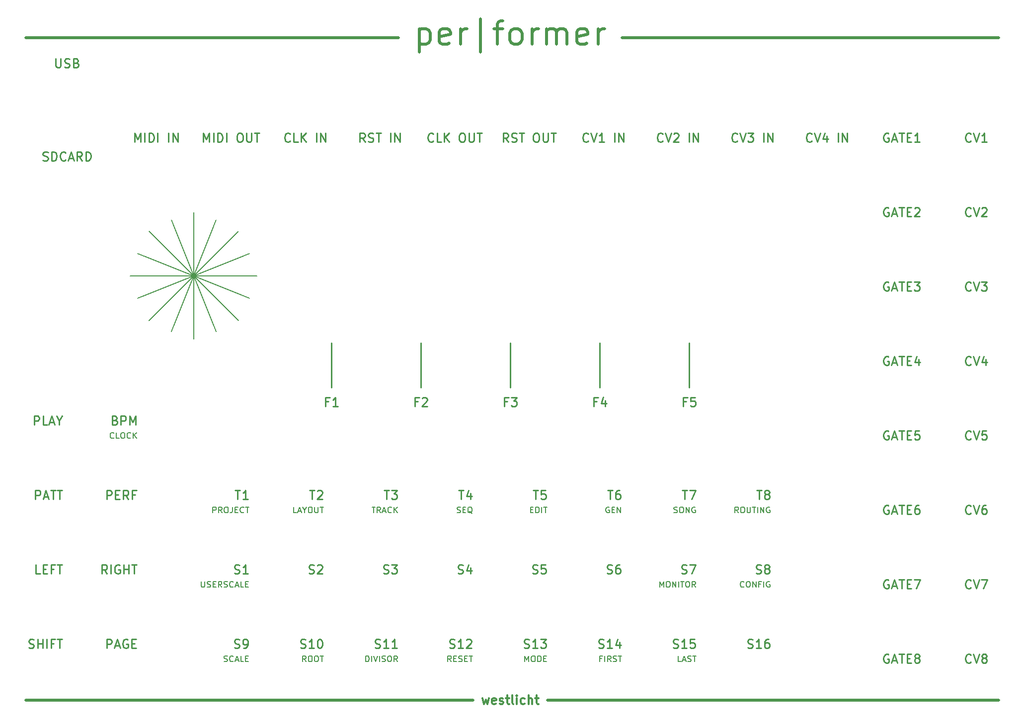
<source format=gto>
G04 #@! TF.FileFunction,Legend,Top*
%FSLAX46Y46*%
G04 Gerber Fmt 4.6, Leading zero omitted, Abs format (unit mm)*
G04 Created by KiCad (PCBNEW 4.0.7) date 2018 May 15, Tuesday 21:06:43*
%MOMM*%
%LPD*%
G01*
G04 APERTURE LIST*
%ADD10C,0.100000*%
%ADD11C,0.150000*%
%ADD12C,0.250000*%
%ADD13C,0.300000*%
%ADD14C,0.500000*%
%ADD15C,0.200000*%
G04 APERTURE END LIST*
D10*
D11*
X189817857Y-115974762D02*
X189960714Y-116022381D01*
X190198810Y-116022381D01*
X190294048Y-115974762D01*
X190341667Y-115927143D01*
X190389286Y-115831905D01*
X190389286Y-115736667D01*
X190341667Y-115641429D01*
X190294048Y-115593810D01*
X190198810Y-115546190D01*
X190008333Y-115498571D01*
X189913095Y-115450952D01*
X189865476Y-115403333D01*
X189817857Y-115308095D01*
X189817857Y-115212857D01*
X189865476Y-115117619D01*
X189913095Y-115070000D01*
X190008333Y-115022381D01*
X190246429Y-115022381D01*
X190389286Y-115070000D01*
X191008333Y-115022381D02*
X191198810Y-115022381D01*
X191294048Y-115070000D01*
X191389286Y-115165238D01*
X191436905Y-115355714D01*
X191436905Y-115689048D01*
X191389286Y-115879524D01*
X191294048Y-115974762D01*
X191198810Y-116022381D01*
X191008333Y-116022381D01*
X190913095Y-115974762D01*
X190817857Y-115879524D01*
X190770238Y-115689048D01*
X190770238Y-115355714D01*
X190817857Y-115165238D01*
X190913095Y-115070000D01*
X191008333Y-115022381D01*
X191865476Y-116022381D02*
X191865476Y-115022381D01*
X192436905Y-116022381D01*
X192436905Y-115022381D01*
X193436905Y-115070000D02*
X193341667Y-115022381D01*
X193198810Y-115022381D01*
X193055952Y-115070000D01*
X192960714Y-115165238D01*
X192913095Y-115260476D01*
X192865476Y-115450952D01*
X192865476Y-115593810D01*
X192913095Y-115784286D01*
X192960714Y-115879524D01*
X193055952Y-115974762D01*
X193198810Y-116022381D01*
X193294048Y-116022381D01*
X193436905Y-115974762D01*
X193484524Y-115927143D01*
X193484524Y-115593810D01*
X193294048Y-115593810D01*
X178784524Y-115070000D02*
X178689286Y-115022381D01*
X178546429Y-115022381D01*
X178403571Y-115070000D01*
X178308333Y-115165238D01*
X178260714Y-115260476D01*
X178213095Y-115450952D01*
X178213095Y-115593810D01*
X178260714Y-115784286D01*
X178308333Y-115879524D01*
X178403571Y-115974762D01*
X178546429Y-116022381D01*
X178641667Y-116022381D01*
X178784524Y-115974762D01*
X178832143Y-115927143D01*
X178832143Y-115593810D01*
X178641667Y-115593810D01*
X179260714Y-115498571D02*
X179594048Y-115498571D01*
X179736905Y-116022381D02*
X179260714Y-116022381D01*
X179260714Y-115022381D01*
X179736905Y-115022381D01*
X180165476Y-116022381D02*
X180165476Y-115022381D01*
X180736905Y-116022381D01*
X180736905Y-115022381D01*
D12*
X84467143Y-38548571D02*
X84467143Y-39762857D01*
X84538571Y-39905714D01*
X84610000Y-39977143D01*
X84752857Y-40048571D01*
X85038571Y-40048571D01*
X85181429Y-39977143D01*
X85252857Y-39905714D01*
X85324286Y-39762857D01*
X85324286Y-38548571D01*
X85967143Y-39977143D02*
X86181429Y-40048571D01*
X86538572Y-40048571D01*
X86681429Y-39977143D01*
X86752858Y-39905714D01*
X86824286Y-39762857D01*
X86824286Y-39620000D01*
X86752858Y-39477143D01*
X86681429Y-39405714D01*
X86538572Y-39334286D01*
X86252858Y-39262857D01*
X86110000Y-39191429D01*
X86038572Y-39120000D01*
X85967143Y-38977143D01*
X85967143Y-38834286D01*
X86038572Y-38691429D01*
X86110000Y-38620000D01*
X86252858Y-38548571D01*
X86610000Y-38548571D01*
X86824286Y-38620000D01*
X87967143Y-39262857D02*
X88181429Y-39334286D01*
X88252857Y-39405714D01*
X88324286Y-39548571D01*
X88324286Y-39762857D01*
X88252857Y-39905714D01*
X88181429Y-39977143D01*
X88038571Y-40048571D01*
X87467143Y-40048571D01*
X87467143Y-38548571D01*
X87967143Y-38548571D01*
X88110000Y-38620000D01*
X88181429Y-38691429D01*
X88252857Y-38834286D01*
X88252857Y-38977143D01*
X88181429Y-39120000D01*
X88110000Y-39191429D01*
X87967143Y-39262857D01*
X87467143Y-39262857D01*
X82288572Y-55852143D02*
X82502858Y-55923571D01*
X82860001Y-55923571D01*
X83002858Y-55852143D01*
X83074287Y-55780714D01*
X83145715Y-55637857D01*
X83145715Y-55495000D01*
X83074287Y-55352143D01*
X83002858Y-55280714D01*
X82860001Y-55209286D01*
X82574287Y-55137857D01*
X82431429Y-55066429D01*
X82360001Y-54995000D01*
X82288572Y-54852143D01*
X82288572Y-54709286D01*
X82360001Y-54566429D01*
X82431429Y-54495000D01*
X82574287Y-54423571D01*
X82931429Y-54423571D01*
X83145715Y-54495000D01*
X83788572Y-55923571D02*
X83788572Y-54423571D01*
X84145715Y-54423571D01*
X84360000Y-54495000D01*
X84502858Y-54637857D01*
X84574286Y-54780714D01*
X84645715Y-55066429D01*
X84645715Y-55280714D01*
X84574286Y-55566429D01*
X84502858Y-55709286D01*
X84360000Y-55852143D01*
X84145715Y-55923571D01*
X83788572Y-55923571D01*
X86145715Y-55780714D02*
X86074286Y-55852143D01*
X85860000Y-55923571D01*
X85717143Y-55923571D01*
X85502858Y-55852143D01*
X85360000Y-55709286D01*
X85288572Y-55566429D01*
X85217143Y-55280714D01*
X85217143Y-55066429D01*
X85288572Y-54780714D01*
X85360000Y-54637857D01*
X85502858Y-54495000D01*
X85717143Y-54423571D01*
X85860000Y-54423571D01*
X86074286Y-54495000D01*
X86145715Y-54566429D01*
X86717143Y-55495000D02*
X87431429Y-55495000D01*
X86574286Y-55923571D02*
X87074286Y-54423571D01*
X87574286Y-55923571D01*
X88931429Y-55923571D02*
X88431429Y-55209286D01*
X88074286Y-55923571D02*
X88074286Y-54423571D01*
X88645714Y-54423571D01*
X88788572Y-54495000D01*
X88860000Y-54566429D01*
X88931429Y-54709286D01*
X88931429Y-54923571D01*
X88860000Y-55066429D01*
X88788572Y-55137857D01*
X88645714Y-55209286D01*
X88074286Y-55209286D01*
X89574286Y-55923571D02*
X89574286Y-54423571D01*
X89931429Y-54423571D01*
X90145714Y-54495000D01*
X90288572Y-54637857D01*
X90360000Y-54780714D01*
X90431429Y-55066429D01*
X90431429Y-55280714D01*
X90360000Y-55566429D01*
X90288572Y-55709286D01*
X90145714Y-55852143D01*
X89931429Y-55923571D01*
X89574286Y-55923571D01*
D13*
X157175000Y-147633571D02*
X157460714Y-148633571D01*
X157746428Y-147919286D01*
X158032143Y-148633571D01*
X158317857Y-147633571D01*
X159460714Y-148562143D02*
X159317857Y-148633571D01*
X159032143Y-148633571D01*
X158889286Y-148562143D01*
X158817857Y-148419286D01*
X158817857Y-147847857D01*
X158889286Y-147705000D01*
X159032143Y-147633571D01*
X159317857Y-147633571D01*
X159460714Y-147705000D01*
X159532143Y-147847857D01*
X159532143Y-147990714D01*
X158817857Y-148133571D01*
X160103571Y-148562143D02*
X160246428Y-148633571D01*
X160532143Y-148633571D01*
X160675000Y-148562143D01*
X160746428Y-148419286D01*
X160746428Y-148347857D01*
X160675000Y-148205000D01*
X160532143Y-148133571D01*
X160317857Y-148133571D01*
X160175000Y-148062143D01*
X160103571Y-147919286D01*
X160103571Y-147847857D01*
X160175000Y-147705000D01*
X160317857Y-147633571D01*
X160532143Y-147633571D01*
X160675000Y-147705000D01*
X161175000Y-147633571D02*
X161746429Y-147633571D01*
X161389286Y-147133571D02*
X161389286Y-148419286D01*
X161460714Y-148562143D01*
X161603572Y-148633571D01*
X161746429Y-148633571D01*
X162460715Y-148633571D02*
X162317857Y-148562143D01*
X162246429Y-148419286D01*
X162246429Y-147133571D01*
X163032143Y-148633571D02*
X163032143Y-147633571D01*
X163032143Y-147133571D02*
X162960714Y-147205000D01*
X163032143Y-147276429D01*
X163103571Y-147205000D01*
X163032143Y-147133571D01*
X163032143Y-147276429D01*
X164389286Y-148562143D02*
X164246429Y-148633571D01*
X163960715Y-148633571D01*
X163817857Y-148562143D01*
X163746429Y-148490714D01*
X163675000Y-148347857D01*
X163675000Y-147919286D01*
X163746429Y-147776429D01*
X163817857Y-147705000D01*
X163960715Y-147633571D01*
X164246429Y-147633571D01*
X164389286Y-147705000D01*
X165032143Y-148633571D02*
X165032143Y-147133571D01*
X165675000Y-148633571D02*
X165675000Y-147847857D01*
X165603571Y-147705000D01*
X165460714Y-147633571D01*
X165246429Y-147633571D01*
X165103571Y-147705000D01*
X165032143Y-147776429D01*
X166175000Y-147633571D02*
X166746429Y-147633571D01*
X166389286Y-147133571D02*
X166389286Y-148419286D01*
X166460714Y-148562143D01*
X166603572Y-148633571D01*
X166746429Y-148633571D01*
D14*
X79375000Y-147955000D02*
X155575000Y-147955000D01*
X168275000Y-147955000D02*
X245110000Y-147955000D01*
X180975000Y-34925000D02*
X245110000Y-34925000D01*
X79375000Y-34925000D02*
X142875000Y-34925000D01*
X146401192Y-33432857D02*
X146401192Y-37432857D01*
X146401192Y-33623333D02*
X146782144Y-33432857D01*
X147544049Y-33432857D01*
X147925001Y-33623333D01*
X148115478Y-33813810D01*
X148305954Y-34194762D01*
X148305954Y-35337619D01*
X148115478Y-35718571D01*
X147925001Y-35909048D01*
X147544049Y-36099524D01*
X146782144Y-36099524D01*
X146401192Y-35909048D01*
X151544049Y-35909048D02*
X151163097Y-36099524D01*
X150401192Y-36099524D01*
X150020240Y-35909048D01*
X149829764Y-35528095D01*
X149829764Y-34004286D01*
X150020240Y-33623333D01*
X150401192Y-33432857D01*
X151163097Y-33432857D01*
X151544049Y-33623333D01*
X151734526Y-34004286D01*
X151734526Y-34385238D01*
X149829764Y-34766190D01*
X153448811Y-36099524D02*
X153448811Y-33432857D01*
X153448811Y-34194762D02*
X153639287Y-33813810D01*
X153829763Y-33623333D01*
X154210716Y-33432857D01*
X154591668Y-33432857D01*
X156877382Y-37432857D02*
X156877382Y-31718571D01*
X159163096Y-33432857D02*
X160686906Y-33432857D01*
X159734525Y-36099524D02*
X159734525Y-32670952D01*
X159925001Y-32290000D01*
X160305954Y-32099524D01*
X160686906Y-32099524D01*
X162591668Y-36099524D02*
X162210715Y-35909048D01*
X162020239Y-35718571D01*
X161829763Y-35337619D01*
X161829763Y-34194762D01*
X162020239Y-33813810D01*
X162210715Y-33623333D01*
X162591668Y-33432857D01*
X163163096Y-33432857D01*
X163544048Y-33623333D01*
X163734525Y-33813810D01*
X163925001Y-34194762D01*
X163925001Y-35337619D01*
X163734525Y-35718571D01*
X163544048Y-35909048D01*
X163163096Y-36099524D01*
X162591668Y-36099524D01*
X165639287Y-36099524D02*
X165639287Y-33432857D01*
X165639287Y-34194762D02*
X165829763Y-33813810D01*
X166020239Y-33623333D01*
X166401192Y-33432857D01*
X166782144Y-33432857D01*
X168115477Y-36099524D02*
X168115477Y-33432857D01*
X168115477Y-33813810D02*
X168305953Y-33623333D01*
X168686906Y-33432857D01*
X169258334Y-33432857D01*
X169639286Y-33623333D01*
X169829763Y-34004286D01*
X169829763Y-36099524D01*
X169829763Y-34004286D02*
X170020239Y-33623333D01*
X170401191Y-33432857D01*
X170972620Y-33432857D01*
X171353572Y-33623333D01*
X171544048Y-34004286D01*
X171544048Y-36099524D01*
X174972619Y-35909048D02*
X174591667Y-36099524D01*
X173829762Y-36099524D01*
X173448810Y-35909048D01*
X173258334Y-35528095D01*
X173258334Y-34004286D01*
X173448810Y-33623333D01*
X173829762Y-33432857D01*
X174591667Y-33432857D01*
X174972619Y-33623333D01*
X175163096Y-34004286D01*
X175163096Y-34385238D01*
X173258334Y-34766190D01*
X176877381Y-36099524D02*
X176877381Y-33432857D01*
X176877381Y-34194762D02*
X177067857Y-33813810D01*
X177258333Y-33623333D01*
X177639286Y-33432857D01*
X178020238Y-33432857D01*
D12*
X97921428Y-52748571D02*
X97921428Y-51248571D01*
X98421428Y-52320000D01*
X98921428Y-51248571D01*
X98921428Y-52748571D01*
X99635714Y-52748571D02*
X99635714Y-51248571D01*
X100350000Y-52748571D02*
X100350000Y-51248571D01*
X100707143Y-51248571D01*
X100921428Y-51320000D01*
X101064286Y-51462857D01*
X101135714Y-51605714D01*
X101207143Y-51891429D01*
X101207143Y-52105714D01*
X101135714Y-52391429D01*
X101064286Y-52534286D01*
X100921428Y-52677143D01*
X100707143Y-52748571D01*
X100350000Y-52748571D01*
X101850000Y-52748571D02*
X101850000Y-51248571D01*
X103707143Y-52748571D02*
X103707143Y-51248571D01*
X104421429Y-52748571D02*
X104421429Y-51248571D01*
X105278572Y-52748571D01*
X105278572Y-51248571D01*
X109621428Y-52748571D02*
X109621428Y-51248571D01*
X110121428Y-52320000D01*
X110621428Y-51248571D01*
X110621428Y-52748571D01*
X111335714Y-52748571D02*
X111335714Y-51248571D01*
X112050000Y-52748571D02*
X112050000Y-51248571D01*
X112407143Y-51248571D01*
X112621428Y-51320000D01*
X112764286Y-51462857D01*
X112835714Y-51605714D01*
X112907143Y-51891429D01*
X112907143Y-52105714D01*
X112835714Y-52391429D01*
X112764286Y-52534286D01*
X112621428Y-52677143D01*
X112407143Y-52748571D01*
X112050000Y-52748571D01*
X113550000Y-52748571D02*
X113550000Y-51248571D01*
X115692857Y-51248571D02*
X115978571Y-51248571D01*
X116121429Y-51320000D01*
X116264286Y-51462857D01*
X116335714Y-51748571D01*
X116335714Y-52248571D01*
X116264286Y-52534286D01*
X116121429Y-52677143D01*
X115978571Y-52748571D01*
X115692857Y-52748571D01*
X115550000Y-52677143D01*
X115407143Y-52534286D01*
X115335714Y-52248571D01*
X115335714Y-51748571D01*
X115407143Y-51462857D01*
X115550000Y-51320000D01*
X115692857Y-51248571D01*
X116978572Y-51248571D02*
X116978572Y-52462857D01*
X117050000Y-52605714D01*
X117121429Y-52677143D01*
X117264286Y-52748571D01*
X117550000Y-52748571D01*
X117692858Y-52677143D01*
X117764286Y-52605714D01*
X117835715Y-52462857D01*
X117835715Y-51248571D01*
X118335715Y-51248571D02*
X119192858Y-51248571D01*
X118764287Y-52748571D02*
X118764287Y-51248571D01*
X124392857Y-52605714D02*
X124321428Y-52677143D01*
X124107142Y-52748571D01*
X123964285Y-52748571D01*
X123750000Y-52677143D01*
X123607142Y-52534286D01*
X123535714Y-52391429D01*
X123464285Y-52105714D01*
X123464285Y-51891429D01*
X123535714Y-51605714D01*
X123607142Y-51462857D01*
X123750000Y-51320000D01*
X123964285Y-51248571D01*
X124107142Y-51248571D01*
X124321428Y-51320000D01*
X124392857Y-51391429D01*
X125750000Y-52748571D02*
X125035714Y-52748571D01*
X125035714Y-51248571D01*
X126250000Y-52748571D02*
X126250000Y-51248571D01*
X127107143Y-52748571D02*
X126464286Y-51891429D01*
X127107143Y-51248571D02*
X126250000Y-52105714D01*
X128892857Y-52748571D02*
X128892857Y-51248571D01*
X129607143Y-52748571D02*
X129607143Y-51248571D01*
X130464286Y-52748571D01*
X130464286Y-51248571D01*
X137164286Y-52748571D02*
X136664286Y-52034286D01*
X136307143Y-52748571D02*
X136307143Y-51248571D01*
X136878571Y-51248571D01*
X137021429Y-51320000D01*
X137092857Y-51391429D01*
X137164286Y-51534286D01*
X137164286Y-51748571D01*
X137092857Y-51891429D01*
X137021429Y-51962857D01*
X136878571Y-52034286D01*
X136307143Y-52034286D01*
X137735714Y-52677143D02*
X137950000Y-52748571D01*
X138307143Y-52748571D01*
X138450000Y-52677143D01*
X138521429Y-52605714D01*
X138592857Y-52462857D01*
X138592857Y-52320000D01*
X138521429Y-52177143D01*
X138450000Y-52105714D01*
X138307143Y-52034286D01*
X138021429Y-51962857D01*
X137878571Y-51891429D01*
X137807143Y-51820000D01*
X137735714Y-51677143D01*
X137735714Y-51534286D01*
X137807143Y-51391429D01*
X137878571Y-51320000D01*
X138021429Y-51248571D01*
X138378571Y-51248571D01*
X138592857Y-51320000D01*
X139021428Y-51248571D02*
X139878571Y-51248571D01*
X139450000Y-52748571D02*
X139450000Y-51248571D01*
X141521428Y-52748571D02*
X141521428Y-51248571D01*
X142235714Y-52748571D02*
X142235714Y-51248571D01*
X143092857Y-52748571D01*
X143092857Y-51248571D01*
X148792857Y-52605714D02*
X148721428Y-52677143D01*
X148507142Y-52748571D01*
X148364285Y-52748571D01*
X148150000Y-52677143D01*
X148007142Y-52534286D01*
X147935714Y-52391429D01*
X147864285Y-52105714D01*
X147864285Y-51891429D01*
X147935714Y-51605714D01*
X148007142Y-51462857D01*
X148150000Y-51320000D01*
X148364285Y-51248571D01*
X148507142Y-51248571D01*
X148721428Y-51320000D01*
X148792857Y-51391429D01*
X150150000Y-52748571D02*
X149435714Y-52748571D01*
X149435714Y-51248571D01*
X150650000Y-52748571D02*
X150650000Y-51248571D01*
X151507143Y-52748571D02*
X150864286Y-51891429D01*
X151507143Y-51248571D02*
X150650000Y-52105714D01*
X153578571Y-51248571D02*
X153864285Y-51248571D01*
X154007143Y-51320000D01*
X154150000Y-51462857D01*
X154221428Y-51748571D01*
X154221428Y-52248571D01*
X154150000Y-52534286D01*
X154007143Y-52677143D01*
X153864285Y-52748571D01*
X153578571Y-52748571D01*
X153435714Y-52677143D01*
X153292857Y-52534286D01*
X153221428Y-52248571D01*
X153221428Y-51748571D01*
X153292857Y-51462857D01*
X153435714Y-51320000D01*
X153578571Y-51248571D01*
X154864286Y-51248571D02*
X154864286Y-52462857D01*
X154935714Y-52605714D01*
X155007143Y-52677143D01*
X155150000Y-52748571D01*
X155435714Y-52748571D01*
X155578572Y-52677143D01*
X155650000Y-52605714D01*
X155721429Y-52462857D01*
X155721429Y-51248571D01*
X156221429Y-51248571D02*
X157078572Y-51248571D01*
X156650001Y-52748571D02*
X156650001Y-51248571D01*
X161564286Y-52748571D02*
X161064286Y-52034286D01*
X160707143Y-52748571D02*
X160707143Y-51248571D01*
X161278571Y-51248571D01*
X161421429Y-51320000D01*
X161492857Y-51391429D01*
X161564286Y-51534286D01*
X161564286Y-51748571D01*
X161492857Y-51891429D01*
X161421429Y-51962857D01*
X161278571Y-52034286D01*
X160707143Y-52034286D01*
X162135714Y-52677143D02*
X162350000Y-52748571D01*
X162707143Y-52748571D01*
X162850000Y-52677143D01*
X162921429Y-52605714D01*
X162992857Y-52462857D01*
X162992857Y-52320000D01*
X162921429Y-52177143D01*
X162850000Y-52105714D01*
X162707143Y-52034286D01*
X162421429Y-51962857D01*
X162278571Y-51891429D01*
X162207143Y-51820000D01*
X162135714Y-51677143D01*
X162135714Y-51534286D01*
X162207143Y-51391429D01*
X162278571Y-51320000D01*
X162421429Y-51248571D01*
X162778571Y-51248571D01*
X162992857Y-51320000D01*
X163421428Y-51248571D02*
X164278571Y-51248571D01*
X163850000Y-52748571D02*
X163850000Y-51248571D01*
X166207142Y-51248571D02*
X166492856Y-51248571D01*
X166635714Y-51320000D01*
X166778571Y-51462857D01*
X166849999Y-51748571D01*
X166849999Y-52248571D01*
X166778571Y-52534286D01*
X166635714Y-52677143D01*
X166492856Y-52748571D01*
X166207142Y-52748571D01*
X166064285Y-52677143D01*
X165921428Y-52534286D01*
X165849999Y-52248571D01*
X165849999Y-51748571D01*
X165921428Y-51462857D01*
X166064285Y-51320000D01*
X166207142Y-51248571D01*
X167492857Y-51248571D02*
X167492857Y-52462857D01*
X167564285Y-52605714D01*
X167635714Y-52677143D01*
X167778571Y-52748571D01*
X168064285Y-52748571D01*
X168207143Y-52677143D01*
X168278571Y-52605714D01*
X168350000Y-52462857D01*
X168350000Y-51248571D01*
X168850000Y-51248571D02*
X169707143Y-51248571D01*
X169278572Y-52748571D02*
X169278572Y-51248571D01*
X175192858Y-52605714D02*
X175121429Y-52677143D01*
X174907143Y-52748571D01*
X174764286Y-52748571D01*
X174550001Y-52677143D01*
X174407143Y-52534286D01*
X174335715Y-52391429D01*
X174264286Y-52105714D01*
X174264286Y-51891429D01*
X174335715Y-51605714D01*
X174407143Y-51462857D01*
X174550001Y-51320000D01*
X174764286Y-51248571D01*
X174907143Y-51248571D01*
X175121429Y-51320000D01*
X175192858Y-51391429D01*
X175621429Y-51248571D02*
X176121429Y-52748571D01*
X176621429Y-51248571D01*
X177907143Y-52748571D02*
X177050000Y-52748571D01*
X177478572Y-52748571D02*
X177478572Y-51248571D01*
X177335715Y-51462857D01*
X177192857Y-51605714D01*
X177050000Y-51677143D01*
X179692857Y-52748571D02*
X179692857Y-51248571D01*
X180407143Y-52748571D02*
X180407143Y-51248571D01*
X181264286Y-52748571D01*
X181264286Y-51248571D01*
X187892858Y-52605714D02*
X187821429Y-52677143D01*
X187607143Y-52748571D01*
X187464286Y-52748571D01*
X187250001Y-52677143D01*
X187107143Y-52534286D01*
X187035715Y-52391429D01*
X186964286Y-52105714D01*
X186964286Y-51891429D01*
X187035715Y-51605714D01*
X187107143Y-51462857D01*
X187250001Y-51320000D01*
X187464286Y-51248571D01*
X187607143Y-51248571D01*
X187821429Y-51320000D01*
X187892858Y-51391429D01*
X188321429Y-51248571D02*
X188821429Y-52748571D01*
X189321429Y-51248571D01*
X189750000Y-51391429D02*
X189821429Y-51320000D01*
X189964286Y-51248571D01*
X190321429Y-51248571D01*
X190464286Y-51320000D01*
X190535715Y-51391429D01*
X190607143Y-51534286D01*
X190607143Y-51677143D01*
X190535715Y-51891429D01*
X189678572Y-52748571D01*
X190607143Y-52748571D01*
X192392857Y-52748571D02*
X192392857Y-51248571D01*
X193107143Y-52748571D02*
X193107143Y-51248571D01*
X193964286Y-52748571D01*
X193964286Y-51248571D01*
X200592858Y-52605714D02*
X200521429Y-52677143D01*
X200307143Y-52748571D01*
X200164286Y-52748571D01*
X199950001Y-52677143D01*
X199807143Y-52534286D01*
X199735715Y-52391429D01*
X199664286Y-52105714D01*
X199664286Y-51891429D01*
X199735715Y-51605714D01*
X199807143Y-51462857D01*
X199950001Y-51320000D01*
X200164286Y-51248571D01*
X200307143Y-51248571D01*
X200521429Y-51320000D01*
X200592858Y-51391429D01*
X201021429Y-51248571D02*
X201521429Y-52748571D01*
X202021429Y-51248571D01*
X202378572Y-51248571D02*
X203307143Y-51248571D01*
X202807143Y-51820000D01*
X203021429Y-51820000D01*
X203164286Y-51891429D01*
X203235715Y-51962857D01*
X203307143Y-52105714D01*
X203307143Y-52462857D01*
X203235715Y-52605714D01*
X203164286Y-52677143D01*
X203021429Y-52748571D01*
X202592857Y-52748571D01*
X202450000Y-52677143D01*
X202378572Y-52605714D01*
X205092857Y-52748571D02*
X205092857Y-51248571D01*
X205807143Y-52748571D02*
X205807143Y-51248571D01*
X206664286Y-52748571D01*
X206664286Y-51248571D01*
X213292858Y-52605714D02*
X213221429Y-52677143D01*
X213007143Y-52748571D01*
X212864286Y-52748571D01*
X212650001Y-52677143D01*
X212507143Y-52534286D01*
X212435715Y-52391429D01*
X212364286Y-52105714D01*
X212364286Y-51891429D01*
X212435715Y-51605714D01*
X212507143Y-51462857D01*
X212650001Y-51320000D01*
X212864286Y-51248571D01*
X213007143Y-51248571D01*
X213221429Y-51320000D01*
X213292858Y-51391429D01*
X213721429Y-51248571D02*
X214221429Y-52748571D01*
X214721429Y-51248571D01*
X215864286Y-51748571D02*
X215864286Y-52748571D01*
X215507143Y-51177143D02*
X215150000Y-52248571D01*
X216078572Y-52248571D01*
X217792857Y-52748571D02*
X217792857Y-51248571D01*
X218507143Y-52748571D02*
X218507143Y-51248571D01*
X219364286Y-52748571D01*
X219364286Y-51248571D01*
X240407144Y-52605714D02*
X240335715Y-52677143D01*
X240121429Y-52748571D01*
X239978572Y-52748571D01*
X239764287Y-52677143D01*
X239621429Y-52534286D01*
X239550001Y-52391429D01*
X239478572Y-52105714D01*
X239478572Y-51891429D01*
X239550001Y-51605714D01*
X239621429Y-51462857D01*
X239764287Y-51320000D01*
X239978572Y-51248571D01*
X240121429Y-51248571D01*
X240335715Y-51320000D01*
X240407144Y-51391429D01*
X240835715Y-51248571D02*
X241335715Y-52748571D01*
X241835715Y-51248571D01*
X243121429Y-52748571D02*
X242264286Y-52748571D01*
X242692858Y-52748571D02*
X242692858Y-51248571D01*
X242550001Y-51462857D01*
X242407143Y-51605714D01*
X242264286Y-51677143D01*
X240407144Y-65305714D02*
X240335715Y-65377143D01*
X240121429Y-65448571D01*
X239978572Y-65448571D01*
X239764287Y-65377143D01*
X239621429Y-65234286D01*
X239550001Y-65091429D01*
X239478572Y-64805714D01*
X239478572Y-64591429D01*
X239550001Y-64305714D01*
X239621429Y-64162857D01*
X239764287Y-64020000D01*
X239978572Y-63948571D01*
X240121429Y-63948571D01*
X240335715Y-64020000D01*
X240407144Y-64091429D01*
X240835715Y-63948571D02*
X241335715Y-65448571D01*
X241835715Y-63948571D01*
X242264286Y-64091429D02*
X242335715Y-64020000D01*
X242478572Y-63948571D01*
X242835715Y-63948571D01*
X242978572Y-64020000D01*
X243050001Y-64091429D01*
X243121429Y-64234286D01*
X243121429Y-64377143D01*
X243050001Y-64591429D01*
X242192858Y-65448571D01*
X243121429Y-65448571D01*
X240407144Y-78005714D02*
X240335715Y-78077143D01*
X240121429Y-78148571D01*
X239978572Y-78148571D01*
X239764287Y-78077143D01*
X239621429Y-77934286D01*
X239550001Y-77791429D01*
X239478572Y-77505714D01*
X239478572Y-77291429D01*
X239550001Y-77005714D01*
X239621429Y-76862857D01*
X239764287Y-76720000D01*
X239978572Y-76648571D01*
X240121429Y-76648571D01*
X240335715Y-76720000D01*
X240407144Y-76791429D01*
X240835715Y-76648571D02*
X241335715Y-78148571D01*
X241835715Y-76648571D01*
X242192858Y-76648571D02*
X243121429Y-76648571D01*
X242621429Y-77220000D01*
X242835715Y-77220000D01*
X242978572Y-77291429D01*
X243050001Y-77362857D01*
X243121429Y-77505714D01*
X243121429Y-77862857D01*
X243050001Y-78005714D01*
X242978572Y-78077143D01*
X242835715Y-78148571D01*
X242407143Y-78148571D01*
X242264286Y-78077143D01*
X242192858Y-78005714D01*
X240407144Y-90705714D02*
X240335715Y-90777143D01*
X240121429Y-90848571D01*
X239978572Y-90848571D01*
X239764287Y-90777143D01*
X239621429Y-90634286D01*
X239550001Y-90491429D01*
X239478572Y-90205714D01*
X239478572Y-89991429D01*
X239550001Y-89705714D01*
X239621429Y-89562857D01*
X239764287Y-89420000D01*
X239978572Y-89348571D01*
X240121429Y-89348571D01*
X240335715Y-89420000D01*
X240407144Y-89491429D01*
X240835715Y-89348571D02*
X241335715Y-90848571D01*
X241835715Y-89348571D01*
X242978572Y-89848571D02*
X242978572Y-90848571D01*
X242621429Y-89277143D02*
X242264286Y-90348571D01*
X243192858Y-90348571D01*
X240407144Y-103405714D02*
X240335715Y-103477143D01*
X240121429Y-103548571D01*
X239978572Y-103548571D01*
X239764287Y-103477143D01*
X239621429Y-103334286D01*
X239550001Y-103191429D01*
X239478572Y-102905714D01*
X239478572Y-102691429D01*
X239550001Y-102405714D01*
X239621429Y-102262857D01*
X239764287Y-102120000D01*
X239978572Y-102048571D01*
X240121429Y-102048571D01*
X240335715Y-102120000D01*
X240407144Y-102191429D01*
X240835715Y-102048571D02*
X241335715Y-103548571D01*
X241835715Y-102048571D01*
X243050001Y-102048571D02*
X242335715Y-102048571D01*
X242264286Y-102762857D01*
X242335715Y-102691429D01*
X242478572Y-102620000D01*
X242835715Y-102620000D01*
X242978572Y-102691429D01*
X243050001Y-102762857D01*
X243121429Y-102905714D01*
X243121429Y-103262857D01*
X243050001Y-103405714D01*
X242978572Y-103477143D01*
X242835715Y-103548571D01*
X242478572Y-103548571D01*
X242335715Y-103477143D01*
X242264286Y-103405714D01*
X240407144Y-116105714D02*
X240335715Y-116177143D01*
X240121429Y-116248571D01*
X239978572Y-116248571D01*
X239764287Y-116177143D01*
X239621429Y-116034286D01*
X239550001Y-115891429D01*
X239478572Y-115605714D01*
X239478572Y-115391429D01*
X239550001Y-115105714D01*
X239621429Y-114962857D01*
X239764287Y-114820000D01*
X239978572Y-114748571D01*
X240121429Y-114748571D01*
X240335715Y-114820000D01*
X240407144Y-114891429D01*
X240835715Y-114748571D02*
X241335715Y-116248571D01*
X241835715Y-114748571D01*
X242978572Y-114748571D02*
X242692858Y-114748571D01*
X242550001Y-114820000D01*
X242478572Y-114891429D01*
X242335715Y-115105714D01*
X242264286Y-115391429D01*
X242264286Y-115962857D01*
X242335715Y-116105714D01*
X242407143Y-116177143D01*
X242550001Y-116248571D01*
X242835715Y-116248571D01*
X242978572Y-116177143D01*
X243050001Y-116105714D01*
X243121429Y-115962857D01*
X243121429Y-115605714D01*
X243050001Y-115462857D01*
X242978572Y-115391429D01*
X242835715Y-115320000D01*
X242550001Y-115320000D01*
X242407143Y-115391429D01*
X242335715Y-115462857D01*
X242264286Y-115605714D01*
X240407144Y-128805714D02*
X240335715Y-128877143D01*
X240121429Y-128948571D01*
X239978572Y-128948571D01*
X239764287Y-128877143D01*
X239621429Y-128734286D01*
X239550001Y-128591429D01*
X239478572Y-128305714D01*
X239478572Y-128091429D01*
X239550001Y-127805714D01*
X239621429Y-127662857D01*
X239764287Y-127520000D01*
X239978572Y-127448571D01*
X240121429Y-127448571D01*
X240335715Y-127520000D01*
X240407144Y-127591429D01*
X240835715Y-127448571D02*
X241335715Y-128948571D01*
X241835715Y-127448571D01*
X242192858Y-127448571D02*
X243192858Y-127448571D01*
X242550001Y-128948571D01*
X240407144Y-141505714D02*
X240335715Y-141577143D01*
X240121429Y-141648571D01*
X239978572Y-141648571D01*
X239764287Y-141577143D01*
X239621429Y-141434286D01*
X239550001Y-141291429D01*
X239478572Y-141005714D01*
X239478572Y-140791429D01*
X239550001Y-140505714D01*
X239621429Y-140362857D01*
X239764287Y-140220000D01*
X239978572Y-140148571D01*
X240121429Y-140148571D01*
X240335715Y-140220000D01*
X240407144Y-140291429D01*
X240835715Y-140148571D02*
X241335715Y-141648571D01*
X241835715Y-140148571D01*
X242550001Y-140791429D02*
X242407143Y-140720000D01*
X242335715Y-140648571D01*
X242264286Y-140505714D01*
X242264286Y-140434286D01*
X242335715Y-140291429D01*
X242407143Y-140220000D01*
X242550001Y-140148571D01*
X242835715Y-140148571D01*
X242978572Y-140220000D01*
X243050001Y-140291429D01*
X243121429Y-140434286D01*
X243121429Y-140505714D01*
X243050001Y-140648571D01*
X242978572Y-140720000D01*
X242835715Y-140791429D01*
X242550001Y-140791429D01*
X242407143Y-140862857D01*
X242335715Y-140934286D01*
X242264286Y-141077143D01*
X242264286Y-141362857D01*
X242335715Y-141505714D01*
X242407143Y-141577143D01*
X242550001Y-141648571D01*
X242835715Y-141648571D01*
X242978572Y-141577143D01*
X243050001Y-141505714D01*
X243121429Y-141362857D01*
X243121429Y-141077143D01*
X243050001Y-140934286D01*
X242978572Y-140862857D01*
X242835715Y-140791429D01*
X226385715Y-51320000D02*
X226242858Y-51248571D01*
X226028572Y-51248571D01*
X225814287Y-51320000D01*
X225671429Y-51462857D01*
X225600001Y-51605714D01*
X225528572Y-51891429D01*
X225528572Y-52105714D01*
X225600001Y-52391429D01*
X225671429Y-52534286D01*
X225814287Y-52677143D01*
X226028572Y-52748571D01*
X226171429Y-52748571D01*
X226385715Y-52677143D01*
X226457144Y-52605714D01*
X226457144Y-52105714D01*
X226171429Y-52105714D01*
X227028572Y-52320000D02*
X227742858Y-52320000D01*
X226885715Y-52748571D02*
X227385715Y-51248571D01*
X227885715Y-52748571D01*
X228171429Y-51248571D02*
X229028572Y-51248571D01*
X228600001Y-52748571D02*
X228600001Y-51248571D01*
X229528572Y-51962857D02*
X230028572Y-51962857D01*
X230242858Y-52748571D02*
X229528572Y-52748571D01*
X229528572Y-51248571D01*
X230242858Y-51248571D01*
X231671429Y-52748571D02*
X230814286Y-52748571D01*
X231242858Y-52748571D02*
X231242858Y-51248571D01*
X231100001Y-51462857D01*
X230957143Y-51605714D01*
X230814286Y-51677143D01*
X226385715Y-64020000D02*
X226242858Y-63948571D01*
X226028572Y-63948571D01*
X225814287Y-64020000D01*
X225671429Y-64162857D01*
X225600001Y-64305714D01*
X225528572Y-64591429D01*
X225528572Y-64805714D01*
X225600001Y-65091429D01*
X225671429Y-65234286D01*
X225814287Y-65377143D01*
X226028572Y-65448571D01*
X226171429Y-65448571D01*
X226385715Y-65377143D01*
X226457144Y-65305714D01*
X226457144Y-64805714D01*
X226171429Y-64805714D01*
X227028572Y-65020000D02*
X227742858Y-65020000D01*
X226885715Y-65448571D02*
X227385715Y-63948571D01*
X227885715Y-65448571D01*
X228171429Y-63948571D02*
X229028572Y-63948571D01*
X228600001Y-65448571D02*
X228600001Y-63948571D01*
X229528572Y-64662857D02*
X230028572Y-64662857D01*
X230242858Y-65448571D02*
X229528572Y-65448571D01*
X229528572Y-63948571D01*
X230242858Y-63948571D01*
X230814286Y-64091429D02*
X230885715Y-64020000D01*
X231028572Y-63948571D01*
X231385715Y-63948571D01*
X231528572Y-64020000D01*
X231600001Y-64091429D01*
X231671429Y-64234286D01*
X231671429Y-64377143D01*
X231600001Y-64591429D01*
X230742858Y-65448571D01*
X231671429Y-65448571D01*
X226385715Y-76720000D02*
X226242858Y-76648571D01*
X226028572Y-76648571D01*
X225814287Y-76720000D01*
X225671429Y-76862857D01*
X225600001Y-77005714D01*
X225528572Y-77291429D01*
X225528572Y-77505714D01*
X225600001Y-77791429D01*
X225671429Y-77934286D01*
X225814287Y-78077143D01*
X226028572Y-78148571D01*
X226171429Y-78148571D01*
X226385715Y-78077143D01*
X226457144Y-78005714D01*
X226457144Y-77505714D01*
X226171429Y-77505714D01*
X227028572Y-77720000D02*
X227742858Y-77720000D01*
X226885715Y-78148571D02*
X227385715Y-76648571D01*
X227885715Y-78148571D01*
X228171429Y-76648571D02*
X229028572Y-76648571D01*
X228600001Y-78148571D02*
X228600001Y-76648571D01*
X229528572Y-77362857D02*
X230028572Y-77362857D01*
X230242858Y-78148571D02*
X229528572Y-78148571D01*
X229528572Y-76648571D01*
X230242858Y-76648571D01*
X230742858Y-76648571D02*
X231671429Y-76648571D01*
X231171429Y-77220000D01*
X231385715Y-77220000D01*
X231528572Y-77291429D01*
X231600001Y-77362857D01*
X231671429Y-77505714D01*
X231671429Y-77862857D01*
X231600001Y-78005714D01*
X231528572Y-78077143D01*
X231385715Y-78148571D01*
X230957143Y-78148571D01*
X230814286Y-78077143D01*
X230742858Y-78005714D01*
X226385715Y-89420000D02*
X226242858Y-89348571D01*
X226028572Y-89348571D01*
X225814287Y-89420000D01*
X225671429Y-89562857D01*
X225600001Y-89705714D01*
X225528572Y-89991429D01*
X225528572Y-90205714D01*
X225600001Y-90491429D01*
X225671429Y-90634286D01*
X225814287Y-90777143D01*
X226028572Y-90848571D01*
X226171429Y-90848571D01*
X226385715Y-90777143D01*
X226457144Y-90705714D01*
X226457144Y-90205714D01*
X226171429Y-90205714D01*
X227028572Y-90420000D02*
X227742858Y-90420000D01*
X226885715Y-90848571D02*
X227385715Y-89348571D01*
X227885715Y-90848571D01*
X228171429Y-89348571D02*
X229028572Y-89348571D01*
X228600001Y-90848571D02*
X228600001Y-89348571D01*
X229528572Y-90062857D02*
X230028572Y-90062857D01*
X230242858Y-90848571D02*
X229528572Y-90848571D01*
X229528572Y-89348571D01*
X230242858Y-89348571D01*
X231528572Y-89848571D02*
X231528572Y-90848571D01*
X231171429Y-89277143D02*
X230814286Y-90348571D01*
X231742858Y-90348571D01*
X226385715Y-102120000D02*
X226242858Y-102048571D01*
X226028572Y-102048571D01*
X225814287Y-102120000D01*
X225671429Y-102262857D01*
X225600001Y-102405714D01*
X225528572Y-102691429D01*
X225528572Y-102905714D01*
X225600001Y-103191429D01*
X225671429Y-103334286D01*
X225814287Y-103477143D01*
X226028572Y-103548571D01*
X226171429Y-103548571D01*
X226385715Y-103477143D01*
X226457144Y-103405714D01*
X226457144Y-102905714D01*
X226171429Y-102905714D01*
X227028572Y-103120000D02*
X227742858Y-103120000D01*
X226885715Y-103548571D02*
X227385715Y-102048571D01*
X227885715Y-103548571D01*
X228171429Y-102048571D02*
X229028572Y-102048571D01*
X228600001Y-103548571D02*
X228600001Y-102048571D01*
X229528572Y-102762857D02*
X230028572Y-102762857D01*
X230242858Y-103548571D02*
X229528572Y-103548571D01*
X229528572Y-102048571D01*
X230242858Y-102048571D01*
X231600001Y-102048571D02*
X230885715Y-102048571D01*
X230814286Y-102762857D01*
X230885715Y-102691429D01*
X231028572Y-102620000D01*
X231385715Y-102620000D01*
X231528572Y-102691429D01*
X231600001Y-102762857D01*
X231671429Y-102905714D01*
X231671429Y-103262857D01*
X231600001Y-103405714D01*
X231528572Y-103477143D01*
X231385715Y-103548571D01*
X231028572Y-103548571D01*
X230885715Y-103477143D01*
X230814286Y-103405714D01*
X226385715Y-114820000D02*
X226242858Y-114748571D01*
X226028572Y-114748571D01*
X225814287Y-114820000D01*
X225671429Y-114962857D01*
X225600001Y-115105714D01*
X225528572Y-115391429D01*
X225528572Y-115605714D01*
X225600001Y-115891429D01*
X225671429Y-116034286D01*
X225814287Y-116177143D01*
X226028572Y-116248571D01*
X226171429Y-116248571D01*
X226385715Y-116177143D01*
X226457144Y-116105714D01*
X226457144Y-115605714D01*
X226171429Y-115605714D01*
X227028572Y-115820000D02*
X227742858Y-115820000D01*
X226885715Y-116248571D02*
X227385715Y-114748571D01*
X227885715Y-116248571D01*
X228171429Y-114748571D02*
X229028572Y-114748571D01*
X228600001Y-116248571D02*
X228600001Y-114748571D01*
X229528572Y-115462857D02*
X230028572Y-115462857D01*
X230242858Y-116248571D02*
X229528572Y-116248571D01*
X229528572Y-114748571D01*
X230242858Y-114748571D01*
X231528572Y-114748571D02*
X231242858Y-114748571D01*
X231100001Y-114820000D01*
X231028572Y-114891429D01*
X230885715Y-115105714D01*
X230814286Y-115391429D01*
X230814286Y-115962857D01*
X230885715Y-116105714D01*
X230957143Y-116177143D01*
X231100001Y-116248571D01*
X231385715Y-116248571D01*
X231528572Y-116177143D01*
X231600001Y-116105714D01*
X231671429Y-115962857D01*
X231671429Y-115605714D01*
X231600001Y-115462857D01*
X231528572Y-115391429D01*
X231385715Y-115320000D01*
X231100001Y-115320000D01*
X230957143Y-115391429D01*
X230885715Y-115462857D01*
X230814286Y-115605714D01*
X226385715Y-127520000D02*
X226242858Y-127448571D01*
X226028572Y-127448571D01*
X225814287Y-127520000D01*
X225671429Y-127662857D01*
X225600001Y-127805714D01*
X225528572Y-128091429D01*
X225528572Y-128305714D01*
X225600001Y-128591429D01*
X225671429Y-128734286D01*
X225814287Y-128877143D01*
X226028572Y-128948571D01*
X226171429Y-128948571D01*
X226385715Y-128877143D01*
X226457144Y-128805714D01*
X226457144Y-128305714D01*
X226171429Y-128305714D01*
X227028572Y-128520000D02*
X227742858Y-128520000D01*
X226885715Y-128948571D02*
X227385715Y-127448571D01*
X227885715Y-128948571D01*
X228171429Y-127448571D02*
X229028572Y-127448571D01*
X228600001Y-128948571D02*
X228600001Y-127448571D01*
X229528572Y-128162857D02*
X230028572Y-128162857D01*
X230242858Y-128948571D02*
X229528572Y-128948571D01*
X229528572Y-127448571D01*
X230242858Y-127448571D01*
X230742858Y-127448571D02*
X231742858Y-127448571D01*
X231100001Y-128948571D01*
X226385715Y-140220000D02*
X226242858Y-140148571D01*
X226028572Y-140148571D01*
X225814287Y-140220000D01*
X225671429Y-140362857D01*
X225600001Y-140505714D01*
X225528572Y-140791429D01*
X225528572Y-141005714D01*
X225600001Y-141291429D01*
X225671429Y-141434286D01*
X225814287Y-141577143D01*
X226028572Y-141648571D01*
X226171429Y-141648571D01*
X226385715Y-141577143D01*
X226457144Y-141505714D01*
X226457144Y-141005714D01*
X226171429Y-141005714D01*
X227028572Y-141220000D02*
X227742858Y-141220000D01*
X226885715Y-141648571D02*
X227385715Y-140148571D01*
X227885715Y-141648571D01*
X228171429Y-140148571D02*
X229028572Y-140148571D01*
X228600001Y-141648571D02*
X228600001Y-140148571D01*
X229528572Y-140862857D02*
X230028572Y-140862857D01*
X230242858Y-141648571D02*
X229528572Y-141648571D01*
X229528572Y-140148571D01*
X230242858Y-140148571D01*
X231100001Y-140791429D02*
X230957143Y-140720000D01*
X230885715Y-140648571D01*
X230814286Y-140505714D01*
X230814286Y-140434286D01*
X230885715Y-140291429D01*
X230957143Y-140220000D01*
X231100001Y-140148571D01*
X231385715Y-140148571D01*
X231528572Y-140220000D01*
X231600001Y-140291429D01*
X231671429Y-140434286D01*
X231671429Y-140505714D01*
X231600001Y-140648571D01*
X231528572Y-140720000D01*
X231385715Y-140791429D01*
X231100001Y-140791429D01*
X230957143Y-140862857D01*
X230885715Y-140934286D01*
X230814286Y-141077143D01*
X230814286Y-141362857D01*
X230885715Y-141505714D01*
X230957143Y-141577143D01*
X231100001Y-141648571D01*
X231385715Y-141648571D01*
X231528572Y-141577143D01*
X231600001Y-141505714D01*
X231671429Y-141362857D01*
X231671429Y-141077143D01*
X231600001Y-140934286D01*
X231528572Y-140862857D01*
X231385715Y-140791429D01*
D15*
X107950000Y-75565000D02*
X98425000Y-71755000D01*
X107950000Y-75565000D02*
X98425000Y-79375000D01*
X107950000Y-75565000D02*
X104140000Y-85090000D01*
X107950000Y-75565000D02*
X111760000Y-85090000D01*
X107950000Y-75565000D02*
X117475000Y-79375000D01*
X107950000Y-75565000D02*
X117475000Y-71755000D01*
X107950000Y-75565000D02*
X111760000Y-66040000D01*
X107950000Y-75565000D02*
X104140000Y-66040000D01*
X107950000Y-75565000D02*
X100330000Y-67945000D01*
X107950000Y-75565000D02*
X100330000Y-83185000D01*
X107950000Y-75565000D02*
X115570000Y-83185000D01*
X107950000Y-75565000D02*
X115570000Y-67945000D01*
X107950000Y-75565000D02*
X107950000Y-64770000D01*
X107950000Y-75565000D02*
X97155000Y-75565000D01*
X107950000Y-75565000D02*
X107950000Y-86360000D01*
X107950000Y-75565000D02*
X118745000Y-75565000D01*
D12*
X192405000Y-94615000D02*
X192405000Y-86995000D01*
X177165000Y-94615000D02*
X177165000Y-86995000D01*
X161925000Y-94615000D02*
X161925000Y-86995000D01*
X146685000Y-94615000D02*
X146685000Y-86995000D01*
X131445000Y-94615000D02*
X131445000Y-86995000D01*
X191905001Y-97047857D02*
X191405001Y-97047857D01*
X191405001Y-97833571D02*
X191405001Y-96333571D01*
X192119287Y-96333571D01*
X193405001Y-96333571D02*
X192690715Y-96333571D01*
X192619286Y-97047857D01*
X192690715Y-96976429D01*
X192833572Y-96905000D01*
X193190715Y-96905000D01*
X193333572Y-96976429D01*
X193405001Y-97047857D01*
X193476429Y-97190714D01*
X193476429Y-97547857D01*
X193405001Y-97690714D01*
X193333572Y-97762143D01*
X193190715Y-97833571D01*
X192833572Y-97833571D01*
X192690715Y-97762143D01*
X192619286Y-97690714D01*
X176665001Y-97047857D02*
X176165001Y-97047857D01*
X176165001Y-97833571D02*
X176165001Y-96333571D01*
X176879287Y-96333571D01*
X178093572Y-96833571D02*
X178093572Y-97833571D01*
X177736429Y-96262143D02*
X177379286Y-97333571D01*
X178307858Y-97333571D01*
X161425001Y-97047857D02*
X160925001Y-97047857D01*
X160925001Y-97833571D02*
X160925001Y-96333571D01*
X161639287Y-96333571D01*
X162067858Y-96333571D02*
X162996429Y-96333571D01*
X162496429Y-96905000D01*
X162710715Y-96905000D01*
X162853572Y-96976429D01*
X162925001Y-97047857D01*
X162996429Y-97190714D01*
X162996429Y-97547857D01*
X162925001Y-97690714D01*
X162853572Y-97762143D01*
X162710715Y-97833571D01*
X162282143Y-97833571D01*
X162139286Y-97762143D01*
X162067858Y-97690714D01*
X146185001Y-97047857D02*
X145685001Y-97047857D01*
X145685001Y-97833571D02*
X145685001Y-96333571D01*
X146399287Y-96333571D01*
X146899286Y-96476429D02*
X146970715Y-96405000D01*
X147113572Y-96333571D01*
X147470715Y-96333571D01*
X147613572Y-96405000D01*
X147685001Y-96476429D01*
X147756429Y-96619286D01*
X147756429Y-96762143D01*
X147685001Y-96976429D01*
X146827858Y-97833571D01*
X147756429Y-97833571D01*
X130945001Y-97047857D02*
X130445001Y-97047857D01*
X130445001Y-97833571D02*
X130445001Y-96333571D01*
X131159287Y-96333571D01*
X132516429Y-97833571D02*
X131659286Y-97833571D01*
X132087858Y-97833571D02*
X132087858Y-96333571D01*
X131945001Y-96547857D01*
X131802143Y-96690714D01*
X131659286Y-96762143D01*
D11*
X191008333Y-141422381D02*
X190532142Y-141422381D01*
X190532142Y-140422381D01*
X191294047Y-141136667D02*
X191770238Y-141136667D01*
X191198809Y-141422381D02*
X191532142Y-140422381D01*
X191865476Y-141422381D01*
X192151190Y-141374762D02*
X192294047Y-141422381D01*
X192532143Y-141422381D01*
X192627381Y-141374762D01*
X192675000Y-141327143D01*
X192722619Y-141231905D01*
X192722619Y-141136667D01*
X192675000Y-141041429D01*
X192627381Y-140993810D01*
X192532143Y-140946190D01*
X192341666Y-140898571D01*
X192246428Y-140850952D01*
X192198809Y-140803333D01*
X192151190Y-140708095D01*
X192151190Y-140612857D01*
X192198809Y-140517619D01*
X192246428Y-140470000D01*
X192341666Y-140422381D01*
X192579762Y-140422381D01*
X192722619Y-140470000D01*
X193008333Y-140422381D02*
X193579762Y-140422381D01*
X193294047Y-141422381D02*
X193294047Y-140422381D01*
X177498810Y-140898571D02*
X177165476Y-140898571D01*
X177165476Y-141422381D02*
X177165476Y-140422381D01*
X177641667Y-140422381D01*
X178022619Y-141422381D02*
X178022619Y-140422381D01*
X179070238Y-141422381D02*
X178736904Y-140946190D01*
X178498809Y-141422381D02*
X178498809Y-140422381D01*
X178879762Y-140422381D01*
X178975000Y-140470000D01*
X179022619Y-140517619D01*
X179070238Y-140612857D01*
X179070238Y-140755714D01*
X179022619Y-140850952D01*
X178975000Y-140898571D01*
X178879762Y-140946190D01*
X178498809Y-140946190D01*
X179451190Y-141374762D02*
X179594047Y-141422381D01*
X179832143Y-141422381D01*
X179927381Y-141374762D01*
X179975000Y-141327143D01*
X180022619Y-141231905D01*
X180022619Y-141136667D01*
X179975000Y-141041429D01*
X179927381Y-140993810D01*
X179832143Y-140946190D01*
X179641666Y-140898571D01*
X179546428Y-140850952D01*
X179498809Y-140803333D01*
X179451190Y-140708095D01*
X179451190Y-140612857D01*
X179498809Y-140517619D01*
X179546428Y-140470000D01*
X179641666Y-140422381D01*
X179879762Y-140422381D01*
X180022619Y-140470000D01*
X180308333Y-140422381D02*
X180879762Y-140422381D01*
X180594047Y-141422381D02*
X180594047Y-140422381D01*
X164417857Y-141422381D02*
X164417857Y-140422381D01*
X164751191Y-141136667D01*
X165084524Y-140422381D01*
X165084524Y-141422381D01*
X165751190Y-140422381D02*
X165941667Y-140422381D01*
X166036905Y-140470000D01*
X166132143Y-140565238D01*
X166179762Y-140755714D01*
X166179762Y-141089048D01*
X166132143Y-141279524D01*
X166036905Y-141374762D01*
X165941667Y-141422381D01*
X165751190Y-141422381D01*
X165655952Y-141374762D01*
X165560714Y-141279524D01*
X165513095Y-141089048D01*
X165513095Y-140755714D01*
X165560714Y-140565238D01*
X165655952Y-140470000D01*
X165751190Y-140422381D01*
X166608333Y-141422381D02*
X166608333Y-140422381D01*
X166846428Y-140422381D01*
X166989286Y-140470000D01*
X167084524Y-140565238D01*
X167132143Y-140660476D01*
X167179762Y-140850952D01*
X167179762Y-140993810D01*
X167132143Y-141184286D01*
X167084524Y-141279524D01*
X166989286Y-141374762D01*
X166846428Y-141422381D01*
X166608333Y-141422381D01*
X167608333Y-140898571D02*
X167941667Y-140898571D01*
X168084524Y-141422381D02*
X167608333Y-141422381D01*
X167608333Y-140422381D01*
X168084524Y-140422381D01*
X151860714Y-141422381D02*
X151527380Y-140946190D01*
X151289285Y-141422381D02*
X151289285Y-140422381D01*
X151670238Y-140422381D01*
X151765476Y-140470000D01*
X151813095Y-140517619D01*
X151860714Y-140612857D01*
X151860714Y-140755714D01*
X151813095Y-140850952D01*
X151765476Y-140898571D01*
X151670238Y-140946190D01*
X151289285Y-140946190D01*
X152289285Y-140898571D02*
X152622619Y-140898571D01*
X152765476Y-141422381D02*
X152289285Y-141422381D01*
X152289285Y-140422381D01*
X152765476Y-140422381D01*
X153146428Y-141374762D02*
X153289285Y-141422381D01*
X153527381Y-141422381D01*
X153622619Y-141374762D01*
X153670238Y-141327143D01*
X153717857Y-141231905D01*
X153717857Y-141136667D01*
X153670238Y-141041429D01*
X153622619Y-140993810D01*
X153527381Y-140946190D01*
X153336904Y-140898571D01*
X153241666Y-140850952D01*
X153194047Y-140803333D01*
X153146428Y-140708095D01*
X153146428Y-140612857D01*
X153194047Y-140517619D01*
X153241666Y-140470000D01*
X153336904Y-140422381D01*
X153575000Y-140422381D01*
X153717857Y-140470000D01*
X154146428Y-140898571D02*
X154479762Y-140898571D01*
X154622619Y-141422381D02*
X154146428Y-141422381D01*
X154146428Y-140422381D01*
X154622619Y-140422381D01*
X154908333Y-140422381D02*
X155479762Y-140422381D01*
X155194047Y-141422381D02*
X155194047Y-140422381D01*
X137303572Y-141422381D02*
X137303572Y-140422381D01*
X137541667Y-140422381D01*
X137684525Y-140470000D01*
X137779763Y-140565238D01*
X137827382Y-140660476D01*
X137875001Y-140850952D01*
X137875001Y-140993810D01*
X137827382Y-141184286D01*
X137779763Y-141279524D01*
X137684525Y-141374762D01*
X137541667Y-141422381D01*
X137303572Y-141422381D01*
X138303572Y-141422381D02*
X138303572Y-140422381D01*
X138636905Y-140422381D02*
X138970238Y-141422381D01*
X139303572Y-140422381D01*
X139636905Y-141422381D02*
X139636905Y-140422381D01*
X140065476Y-141374762D02*
X140208333Y-141422381D01*
X140446429Y-141422381D01*
X140541667Y-141374762D01*
X140589286Y-141327143D01*
X140636905Y-141231905D01*
X140636905Y-141136667D01*
X140589286Y-141041429D01*
X140541667Y-140993810D01*
X140446429Y-140946190D01*
X140255952Y-140898571D01*
X140160714Y-140850952D01*
X140113095Y-140803333D01*
X140065476Y-140708095D01*
X140065476Y-140612857D01*
X140113095Y-140517619D01*
X140160714Y-140470000D01*
X140255952Y-140422381D01*
X140494048Y-140422381D01*
X140636905Y-140470000D01*
X141255952Y-140422381D02*
X141446429Y-140422381D01*
X141541667Y-140470000D01*
X141636905Y-140565238D01*
X141684524Y-140755714D01*
X141684524Y-141089048D01*
X141636905Y-141279524D01*
X141541667Y-141374762D01*
X141446429Y-141422381D01*
X141255952Y-141422381D01*
X141160714Y-141374762D01*
X141065476Y-141279524D01*
X141017857Y-141089048D01*
X141017857Y-140755714D01*
X141065476Y-140565238D01*
X141160714Y-140470000D01*
X141255952Y-140422381D01*
X142684524Y-141422381D02*
X142351190Y-140946190D01*
X142113095Y-141422381D02*
X142113095Y-140422381D01*
X142494048Y-140422381D01*
X142589286Y-140470000D01*
X142636905Y-140517619D01*
X142684524Y-140612857D01*
X142684524Y-140755714D01*
X142636905Y-140850952D01*
X142589286Y-140898571D01*
X142494048Y-140946190D01*
X142113095Y-140946190D01*
X127127381Y-141422381D02*
X126794047Y-140946190D01*
X126555952Y-141422381D02*
X126555952Y-140422381D01*
X126936905Y-140422381D01*
X127032143Y-140470000D01*
X127079762Y-140517619D01*
X127127381Y-140612857D01*
X127127381Y-140755714D01*
X127079762Y-140850952D01*
X127032143Y-140898571D01*
X126936905Y-140946190D01*
X126555952Y-140946190D01*
X127746428Y-140422381D02*
X127936905Y-140422381D01*
X128032143Y-140470000D01*
X128127381Y-140565238D01*
X128175000Y-140755714D01*
X128175000Y-141089048D01*
X128127381Y-141279524D01*
X128032143Y-141374762D01*
X127936905Y-141422381D01*
X127746428Y-141422381D01*
X127651190Y-141374762D01*
X127555952Y-141279524D01*
X127508333Y-141089048D01*
X127508333Y-140755714D01*
X127555952Y-140565238D01*
X127651190Y-140470000D01*
X127746428Y-140422381D01*
X128794047Y-140422381D02*
X128984524Y-140422381D01*
X129079762Y-140470000D01*
X129175000Y-140565238D01*
X129222619Y-140755714D01*
X129222619Y-141089048D01*
X129175000Y-141279524D01*
X129079762Y-141374762D01*
X128984524Y-141422381D01*
X128794047Y-141422381D01*
X128698809Y-141374762D01*
X128603571Y-141279524D01*
X128555952Y-141089048D01*
X128555952Y-140755714D01*
X128603571Y-140565238D01*
X128698809Y-140470000D01*
X128794047Y-140422381D01*
X129508333Y-140422381D02*
X130079762Y-140422381D01*
X129794047Y-141422381D02*
X129794047Y-140422381D01*
X113141666Y-141374762D02*
X113284523Y-141422381D01*
X113522619Y-141422381D01*
X113617857Y-141374762D01*
X113665476Y-141327143D01*
X113713095Y-141231905D01*
X113713095Y-141136667D01*
X113665476Y-141041429D01*
X113617857Y-140993810D01*
X113522619Y-140946190D01*
X113332142Y-140898571D01*
X113236904Y-140850952D01*
X113189285Y-140803333D01*
X113141666Y-140708095D01*
X113141666Y-140612857D01*
X113189285Y-140517619D01*
X113236904Y-140470000D01*
X113332142Y-140422381D01*
X113570238Y-140422381D01*
X113713095Y-140470000D01*
X114713095Y-141327143D02*
X114665476Y-141374762D01*
X114522619Y-141422381D01*
X114427381Y-141422381D01*
X114284523Y-141374762D01*
X114189285Y-141279524D01*
X114141666Y-141184286D01*
X114094047Y-140993810D01*
X114094047Y-140850952D01*
X114141666Y-140660476D01*
X114189285Y-140565238D01*
X114284523Y-140470000D01*
X114427381Y-140422381D01*
X114522619Y-140422381D01*
X114665476Y-140470000D01*
X114713095Y-140517619D01*
X115094047Y-141136667D02*
X115570238Y-141136667D01*
X114998809Y-141422381D02*
X115332142Y-140422381D01*
X115665476Y-141422381D01*
X116475000Y-141422381D02*
X115998809Y-141422381D01*
X115998809Y-140422381D01*
X116808333Y-140898571D02*
X117141667Y-140898571D01*
X117284524Y-141422381D02*
X116808333Y-141422381D01*
X116808333Y-140422381D01*
X117284524Y-140422381D01*
X187389286Y-128722381D02*
X187389286Y-127722381D01*
X187722620Y-128436667D01*
X188055953Y-127722381D01*
X188055953Y-128722381D01*
X188722619Y-127722381D02*
X188913096Y-127722381D01*
X189008334Y-127770000D01*
X189103572Y-127865238D01*
X189151191Y-128055714D01*
X189151191Y-128389048D01*
X189103572Y-128579524D01*
X189008334Y-128674762D01*
X188913096Y-128722381D01*
X188722619Y-128722381D01*
X188627381Y-128674762D01*
X188532143Y-128579524D01*
X188484524Y-128389048D01*
X188484524Y-128055714D01*
X188532143Y-127865238D01*
X188627381Y-127770000D01*
X188722619Y-127722381D01*
X189579762Y-128722381D02*
X189579762Y-127722381D01*
X190151191Y-128722381D01*
X190151191Y-127722381D01*
X190627381Y-128722381D02*
X190627381Y-127722381D01*
X190960714Y-127722381D02*
X191532143Y-127722381D01*
X191246428Y-128722381D02*
X191246428Y-127722381D01*
X192055952Y-127722381D02*
X192246429Y-127722381D01*
X192341667Y-127770000D01*
X192436905Y-127865238D01*
X192484524Y-128055714D01*
X192484524Y-128389048D01*
X192436905Y-128579524D01*
X192341667Y-128674762D01*
X192246429Y-128722381D01*
X192055952Y-128722381D01*
X191960714Y-128674762D01*
X191865476Y-128579524D01*
X191817857Y-128389048D01*
X191817857Y-128055714D01*
X191865476Y-127865238D01*
X191960714Y-127770000D01*
X192055952Y-127722381D01*
X193484524Y-128722381D02*
X193151190Y-128246190D01*
X192913095Y-128722381D02*
X192913095Y-127722381D01*
X193294048Y-127722381D01*
X193389286Y-127770000D01*
X193436905Y-127817619D01*
X193484524Y-127912857D01*
X193484524Y-128055714D01*
X193436905Y-128150952D01*
X193389286Y-128198571D01*
X193294048Y-128246190D01*
X192913095Y-128246190D01*
X109284523Y-127722381D02*
X109284523Y-128531905D01*
X109332142Y-128627143D01*
X109379761Y-128674762D01*
X109474999Y-128722381D01*
X109665476Y-128722381D01*
X109760714Y-128674762D01*
X109808333Y-128627143D01*
X109855952Y-128531905D01*
X109855952Y-127722381D01*
X110284523Y-128674762D02*
X110427380Y-128722381D01*
X110665476Y-128722381D01*
X110760714Y-128674762D01*
X110808333Y-128627143D01*
X110855952Y-128531905D01*
X110855952Y-128436667D01*
X110808333Y-128341429D01*
X110760714Y-128293810D01*
X110665476Y-128246190D01*
X110474999Y-128198571D01*
X110379761Y-128150952D01*
X110332142Y-128103333D01*
X110284523Y-128008095D01*
X110284523Y-127912857D01*
X110332142Y-127817619D01*
X110379761Y-127770000D01*
X110474999Y-127722381D01*
X110713095Y-127722381D01*
X110855952Y-127770000D01*
X111284523Y-128198571D02*
X111617857Y-128198571D01*
X111760714Y-128722381D02*
X111284523Y-128722381D01*
X111284523Y-127722381D01*
X111760714Y-127722381D01*
X112760714Y-128722381D02*
X112427380Y-128246190D01*
X112189285Y-128722381D02*
X112189285Y-127722381D01*
X112570238Y-127722381D01*
X112665476Y-127770000D01*
X112713095Y-127817619D01*
X112760714Y-127912857D01*
X112760714Y-128055714D01*
X112713095Y-128150952D01*
X112665476Y-128198571D01*
X112570238Y-128246190D01*
X112189285Y-128246190D01*
X113141666Y-128674762D02*
X113284523Y-128722381D01*
X113522619Y-128722381D01*
X113617857Y-128674762D01*
X113665476Y-128627143D01*
X113713095Y-128531905D01*
X113713095Y-128436667D01*
X113665476Y-128341429D01*
X113617857Y-128293810D01*
X113522619Y-128246190D01*
X113332142Y-128198571D01*
X113236904Y-128150952D01*
X113189285Y-128103333D01*
X113141666Y-128008095D01*
X113141666Y-127912857D01*
X113189285Y-127817619D01*
X113236904Y-127770000D01*
X113332142Y-127722381D01*
X113570238Y-127722381D01*
X113713095Y-127770000D01*
X114713095Y-128627143D02*
X114665476Y-128674762D01*
X114522619Y-128722381D01*
X114427381Y-128722381D01*
X114284523Y-128674762D01*
X114189285Y-128579524D01*
X114141666Y-128484286D01*
X114094047Y-128293810D01*
X114094047Y-128150952D01*
X114141666Y-127960476D01*
X114189285Y-127865238D01*
X114284523Y-127770000D01*
X114427381Y-127722381D01*
X114522619Y-127722381D01*
X114665476Y-127770000D01*
X114713095Y-127817619D01*
X115094047Y-128436667D02*
X115570238Y-128436667D01*
X114998809Y-128722381D02*
X115332142Y-127722381D01*
X115665476Y-128722381D01*
X116475000Y-128722381D02*
X115998809Y-128722381D01*
X115998809Y-127722381D01*
X116808333Y-128198571D02*
X117141667Y-128198571D01*
X117284524Y-128722381D02*
X116808333Y-128722381D01*
X116808333Y-127722381D01*
X117284524Y-127722381D01*
X201755953Y-128627143D02*
X201708334Y-128674762D01*
X201565477Y-128722381D01*
X201470239Y-128722381D01*
X201327381Y-128674762D01*
X201232143Y-128579524D01*
X201184524Y-128484286D01*
X201136905Y-128293810D01*
X201136905Y-128150952D01*
X201184524Y-127960476D01*
X201232143Y-127865238D01*
X201327381Y-127770000D01*
X201470239Y-127722381D01*
X201565477Y-127722381D01*
X201708334Y-127770000D01*
X201755953Y-127817619D01*
X202375000Y-127722381D02*
X202565477Y-127722381D01*
X202660715Y-127770000D01*
X202755953Y-127865238D01*
X202803572Y-128055714D01*
X202803572Y-128389048D01*
X202755953Y-128579524D01*
X202660715Y-128674762D01*
X202565477Y-128722381D01*
X202375000Y-128722381D01*
X202279762Y-128674762D01*
X202184524Y-128579524D01*
X202136905Y-128389048D01*
X202136905Y-128055714D01*
X202184524Y-127865238D01*
X202279762Y-127770000D01*
X202375000Y-127722381D01*
X203232143Y-128722381D02*
X203232143Y-127722381D01*
X203803572Y-128722381D01*
X203803572Y-127722381D01*
X204613096Y-128198571D02*
X204279762Y-128198571D01*
X204279762Y-128722381D02*
X204279762Y-127722381D01*
X204755953Y-127722381D01*
X205136905Y-128722381D02*
X205136905Y-127722381D01*
X206136905Y-127770000D02*
X206041667Y-127722381D01*
X205898810Y-127722381D01*
X205755952Y-127770000D01*
X205660714Y-127865238D01*
X205613095Y-127960476D01*
X205565476Y-128150952D01*
X205565476Y-128293810D01*
X205613095Y-128484286D01*
X205660714Y-128579524D01*
X205755952Y-128674762D01*
X205898810Y-128722381D01*
X205994048Y-128722381D01*
X206136905Y-128674762D01*
X206184524Y-128627143D01*
X206184524Y-128293810D01*
X205994048Y-128293810D01*
X94377381Y-103227143D02*
X94329762Y-103274762D01*
X94186905Y-103322381D01*
X94091667Y-103322381D01*
X93948809Y-103274762D01*
X93853571Y-103179524D01*
X93805952Y-103084286D01*
X93758333Y-102893810D01*
X93758333Y-102750952D01*
X93805952Y-102560476D01*
X93853571Y-102465238D01*
X93948809Y-102370000D01*
X94091667Y-102322381D01*
X94186905Y-102322381D01*
X94329762Y-102370000D01*
X94377381Y-102417619D01*
X95282143Y-103322381D02*
X94805952Y-103322381D01*
X94805952Y-102322381D01*
X95805952Y-102322381D02*
X95996429Y-102322381D01*
X96091667Y-102370000D01*
X96186905Y-102465238D01*
X96234524Y-102655714D01*
X96234524Y-102989048D01*
X96186905Y-103179524D01*
X96091667Y-103274762D01*
X95996429Y-103322381D01*
X95805952Y-103322381D01*
X95710714Y-103274762D01*
X95615476Y-103179524D01*
X95567857Y-102989048D01*
X95567857Y-102655714D01*
X95615476Y-102465238D01*
X95710714Y-102370000D01*
X95805952Y-102322381D01*
X97234524Y-103227143D02*
X97186905Y-103274762D01*
X97044048Y-103322381D01*
X96948810Y-103322381D01*
X96805952Y-103274762D01*
X96710714Y-103179524D01*
X96663095Y-103084286D01*
X96615476Y-102893810D01*
X96615476Y-102750952D01*
X96663095Y-102560476D01*
X96710714Y-102465238D01*
X96805952Y-102370000D01*
X96948810Y-102322381D01*
X97044048Y-102322381D01*
X97186905Y-102370000D01*
X97234524Y-102417619D01*
X97663095Y-103322381D02*
X97663095Y-102322381D01*
X98234524Y-103322381D02*
X97805952Y-102750952D01*
X98234524Y-102322381D02*
X97663095Y-102893810D01*
X200803572Y-116022381D02*
X200470238Y-115546190D01*
X200232143Y-116022381D02*
X200232143Y-115022381D01*
X200613096Y-115022381D01*
X200708334Y-115070000D01*
X200755953Y-115117619D01*
X200803572Y-115212857D01*
X200803572Y-115355714D01*
X200755953Y-115450952D01*
X200708334Y-115498571D01*
X200613096Y-115546190D01*
X200232143Y-115546190D01*
X201422619Y-115022381D02*
X201613096Y-115022381D01*
X201708334Y-115070000D01*
X201803572Y-115165238D01*
X201851191Y-115355714D01*
X201851191Y-115689048D01*
X201803572Y-115879524D01*
X201708334Y-115974762D01*
X201613096Y-116022381D01*
X201422619Y-116022381D01*
X201327381Y-115974762D01*
X201232143Y-115879524D01*
X201184524Y-115689048D01*
X201184524Y-115355714D01*
X201232143Y-115165238D01*
X201327381Y-115070000D01*
X201422619Y-115022381D01*
X202279762Y-115022381D02*
X202279762Y-115831905D01*
X202327381Y-115927143D01*
X202375000Y-115974762D01*
X202470238Y-116022381D01*
X202660715Y-116022381D01*
X202755953Y-115974762D01*
X202803572Y-115927143D01*
X202851191Y-115831905D01*
X202851191Y-115022381D01*
X203184524Y-115022381D02*
X203755953Y-115022381D01*
X203470238Y-116022381D02*
X203470238Y-115022381D01*
X204089286Y-116022381D02*
X204089286Y-115022381D01*
X204565476Y-116022381D02*
X204565476Y-115022381D01*
X205136905Y-116022381D01*
X205136905Y-115022381D01*
X206136905Y-115070000D02*
X206041667Y-115022381D01*
X205898810Y-115022381D01*
X205755952Y-115070000D01*
X205660714Y-115165238D01*
X205613095Y-115260476D01*
X205565476Y-115450952D01*
X205565476Y-115593810D01*
X205613095Y-115784286D01*
X205660714Y-115879524D01*
X205755952Y-115974762D01*
X205898810Y-116022381D01*
X205994048Y-116022381D01*
X206136905Y-115974762D01*
X206184524Y-115927143D01*
X206184524Y-115593810D01*
X205994048Y-115593810D01*
D12*
X202375001Y-139037143D02*
X202589287Y-139108571D01*
X202946430Y-139108571D01*
X203089287Y-139037143D01*
X203160716Y-138965714D01*
X203232144Y-138822857D01*
X203232144Y-138680000D01*
X203160716Y-138537143D01*
X203089287Y-138465714D01*
X202946430Y-138394286D01*
X202660716Y-138322857D01*
X202517858Y-138251429D01*
X202446430Y-138180000D01*
X202375001Y-138037143D01*
X202375001Y-137894286D01*
X202446430Y-137751429D01*
X202517858Y-137680000D01*
X202660716Y-137608571D01*
X203017858Y-137608571D01*
X203232144Y-137680000D01*
X204660715Y-139108571D02*
X203803572Y-139108571D01*
X204232144Y-139108571D02*
X204232144Y-137608571D01*
X204089287Y-137822857D01*
X203946429Y-137965714D01*
X203803572Y-138037143D01*
X205946429Y-137608571D02*
X205660715Y-137608571D01*
X205517858Y-137680000D01*
X205446429Y-137751429D01*
X205303572Y-137965714D01*
X205232143Y-138251429D01*
X205232143Y-138822857D01*
X205303572Y-138965714D01*
X205375000Y-139037143D01*
X205517858Y-139108571D01*
X205803572Y-139108571D01*
X205946429Y-139037143D01*
X206017858Y-138965714D01*
X206089286Y-138822857D01*
X206089286Y-138465714D01*
X206017858Y-138322857D01*
X205946429Y-138251429D01*
X205803572Y-138180000D01*
X205517858Y-138180000D01*
X205375000Y-138251429D01*
X205303572Y-138322857D01*
X205232143Y-138465714D01*
X189675001Y-139037143D02*
X189889287Y-139108571D01*
X190246430Y-139108571D01*
X190389287Y-139037143D01*
X190460716Y-138965714D01*
X190532144Y-138822857D01*
X190532144Y-138680000D01*
X190460716Y-138537143D01*
X190389287Y-138465714D01*
X190246430Y-138394286D01*
X189960716Y-138322857D01*
X189817858Y-138251429D01*
X189746430Y-138180000D01*
X189675001Y-138037143D01*
X189675001Y-137894286D01*
X189746430Y-137751429D01*
X189817858Y-137680000D01*
X189960716Y-137608571D01*
X190317858Y-137608571D01*
X190532144Y-137680000D01*
X191960715Y-139108571D02*
X191103572Y-139108571D01*
X191532144Y-139108571D02*
X191532144Y-137608571D01*
X191389287Y-137822857D01*
X191246429Y-137965714D01*
X191103572Y-138037143D01*
X193317858Y-137608571D02*
X192603572Y-137608571D01*
X192532143Y-138322857D01*
X192603572Y-138251429D01*
X192746429Y-138180000D01*
X193103572Y-138180000D01*
X193246429Y-138251429D01*
X193317858Y-138322857D01*
X193389286Y-138465714D01*
X193389286Y-138822857D01*
X193317858Y-138965714D01*
X193246429Y-139037143D01*
X193103572Y-139108571D01*
X192746429Y-139108571D01*
X192603572Y-139037143D01*
X192532143Y-138965714D01*
X176975001Y-139037143D02*
X177189287Y-139108571D01*
X177546430Y-139108571D01*
X177689287Y-139037143D01*
X177760716Y-138965714D01*
X177832144Y-138822857D01*
X177832144Y-138680000D01*
X177760716Y-138537143D01*
X177689287Y-138465714D01*
X177546430Y-138394286D01*
X177260716Y-138322857D01*
X177117858Y-138251429D01*
X177046430Y-138180000D01*
X176975001Y-138037143D01*
X176975001Y-137894286D01*
X177046430Y-137751429D01*
X177117858Y-137680000D01*
X177260716Y-137608571D01*
X177617858Y-137608571D01*
X177832144Y-137680000D01*
X179260715Y-139108571D02*
X178403572Y-139108571D01*
X178832144Y-139108571D02*
X178832144Y-137608571D01*
X178689287Y-137822857D01*
X178546429Y-137965714D01*
X178403572Y-138037143D01*
X180546429Y-138108571D02*
X180546429Y-139108571D01*
X180189286Y-137537143D02*
X179832143Y-138608571D01*
X180760715Y-138608571D01*
X164275001Y-139037143D02*
X164489287Y-139108571D01*
X164846430Y-139108571D01*
X164989287Y-139037143D01*
X165060716Y-138965714D01*
X165132144Y-138822857D01*
X165132144Y-138680000D01*
X165060716Y-138537143D01*
X164989287Y-138465714D01*
X164846430Y-138394286D01*
X164560716Y-138322857D01*
X164417858Y-138251429D01*
X164346430Y-138180000D01*
X164275001Y-138037143D01*
X164275001Y-137894286D01*
X164346430Y-137751429D01*
X164417858Y-137680000D01*
X164560716Y-137608571D01*
X164917858Y-137608571D01*
X165132144Y-137680000D01*
X166560715Y-139108571D02*
X165703572Y-139108571D01*
X166132144Y-139108571D02*
X166132144Y-137608571D01*
X165989287Y-137822857D01*
X165846429Y-137965714D01*
X165703572Y-138037143D01*
X167060715Y-137608571D02*
X167989286Y-137608571D01*
X167489286Y-138180000D01*
X167703572Y-138180000D01*
X167846429Y-138251429D01*
X167917858Y-138322857D01*
X167989286Y-138465714D01*
X167989286Y-138822857D01*
X167917858Y-138965714D01*
X167846429Y-139037143D01*
X167703572Y-139108571D01*
X167275000Y-139108571D01*
X167132143Y-139037143D01*
X167060715Y-138965714D01*
X151575001Y-139037143D02*
X151789287Y-139108571D01*
X152146430Y-139108571D01*
X152289287Y-139037143D01*
X152360716Y-138965714D01*
X152432144Y-138822857D01*
X152432144Y-138680000D01*
X152360716Y-138537143D01*
X152289287Y-138465714D01*
X152146430Y-138394286D01*
X151860716Y-138322857D01*
X151717858Y-138251429D01*
X151646430Y-138180000D01*
X151575001Y-138037143D01*
X151575001Y-137894286D01*
X151646430Y-137751429D01*
X151717858Y-137680000D01*
X151860716Y-137608571D01*
X152217858Y-137608571D01*
X152432144Y-137680000D01*
X153860715Y-139108571D02*
X153003572Y-139108571D01*
X153432144Y-139108571D02*
X153432144Y-137608571D01*
X153289287Y-137822857D01*
X153146429Y-137965714D01*
X153003572Y-138037143D01*
X154432143Y-137751429D02*
X154503572Y-137680000D01*
X154646429Y-137608571D01*
X155003572Y-137608571D01*
X155146429Y-137680000D01*
X155217858Y-137751429D01*
X155289286Y-137894286D01*
X155289286Y-138037143D01*
X155217858Y-138251429D01*
X154360715Y-139108571D01*
X155289286Y-139108571D01*
X138875001Y-139037143D02*
X139089287Y-139108571D01*
X139446430Y-139108571D01*
X139589287Y-139037143D01*
X139660716Y-138965714D01*
X139732144Y-138822857D01*
X139732144Y-138680000D01*
X139660716Y-138537143D01*
X139589287Y-138465714D01*
X139446430Y-138394286D01*
X139160716Y-138322857D01*
X139017858Y-138251429D01*
X138946430Y-138180000D01*
X138875001Y-138037143D01*
X138875001Y-137894286D01*
X138946430Y-137751429D01*
X139017858Y-137680000D01*
X139160716Y-137608571D01*
X139517858Y-137608571D01*
X139732144Y-137680000D01*
X141160715Y-139108571D02*
X140303572Y-139108571D01*
X140732144Y-139108571D02*
X140732144Y-137608571D01*
X140589287Y-137822857D01*
X140446429Y-137965714D01*
X140303572Y-138037143D01*
X142589286Y-139108571D02*
X141732143Y-139108571D01*
X142160715Y-139108571D02*
X142160715Y-137608571D01*
X142017858Y-137822857D01*
X141875000Y-137965714D01*
X141732143Y-138037143D01*
X126175001Y-139037143D02*
X126389287Y-139108571D01*
X126746430Y-139108571D01*
X126889287Y-139037143D01*
X126960716Y-138965714D01*
X127032144Y-138822857D01*
X127032144Y-138680000D01*
X126960716Y-138537143D01*
X126889287Y-138465714D01*
X126746430Y-138394286D01*
X126460716Y-138322857D01*
X126317858Y-138251429D01*
X126246430Y-138180000D01*
X126175001Y-138037143D01*
X126175001Y-137894286D01*
X126246430Y-137751429D01*
X126317858Y-137680000D01*
X126460716Y-137608571D01*
X126817858Y-137608571D01*
X127032144Y-137680000D01*
X128460715Y-139108571D02*
X127603572Y-139108571D01*
X128032144Y-139108571D02*
X128032144Y-137608571D01*
X127889287Y-137822857D01*
X127746429Y-137965714D01*
X127603572Y-138037143D01*
X129389286Y-137608571D02*
X129532143Y-137608571D01*
X129675000Y-137680000D01*
X129746429Y-137751429D01*
X129817858Y-137894286D01*
X129889286Y-138180000D01*
X129889286Y-138537143D01*
X129817858Y-138822857D01*
X129746429Y-138965714D01*
X129675000Y-139037143D01*
X129532143Y-139108571D01*
X129389286Y-139108571D01*
X129246429Y-139037143D01*
X129175000Y-138965714D01*
X129103572Y-138822857D01*
X129032143Y-138537143D01*
X129032143Y-138180000D01*
X129103572Y-137894286D01*
X129175000Y-137751429D01*
X129246429Y-137680000D01*
X129389286Y-137608571D01*
X114903572Y-139037143D02*
X115117858Y-139108571D01*
X115475001Y-139108571D01*
X115617858Y-139037143D01*
X115689287Y-138965714D01*
X115760715Y-138822857D01*
X115760715Y-138680000D01*
X115689287Y-138537143D01*
X115617858Y-138465714D01*
X115475001Y-138394286D01*
X115189287Y-138322857D01*
X115046429Y-138251429D01*
X114975001Y-138180000D01*
X114903572Y-138037143D01*
X114903572Y-137894286D01*
X114975001Y-137751429D01*
X115046429Y-137680000D01*
X115189287Y-137608571D01*
X115546429Y-137608571D01*
X115760715Y-137680000D01*
X116475000Y-139108571D02*
X116760715Y-139108571D01*
X116903572Y-139037143D01*
X116975000Y-138965714D01*
X117117858Y-138751429D01*
X117189286Y-138465714D01*
X117189286Y-137894286D01*
X117117858Y-137751429D01*
X117046429Y-137680000D01*
X116903572Y-137608571D01*
X116617858Y-137608571D01*
X116475000Y-137680000D01*
X116403572Y-137751429D01*
X116332143Y-137894286D01*
X116332143Y-138251429D01*
X116403572Y-138394286D01*
X116475000Y-138465714D01*
X116617858Y-138537143D01*
X116903572Y-138537143D01*
X117046429Y-138465714D01*
X117117858Y-138394286D01*
X117189286Y-138251429D01*
X203803572Y-126337143D02*
X204017858Y-126408571D01*
X204375001Y-126408571D01*
X204517858Y-126337143D01*
X204589287Y-126265714D01*
X204660715Y-126122857D01*
X204660715Y-125980000D01*
X204589287Y-125837143D01*
X204517858Y-125765714D01*
X204375001Y-125694286D01*
X204089287Y-125622857D01*
X203946429Y-125551429D01*
X203875001Y-125480000D01*
X203803572Y-125337143D01*
X203803572Y-125194286D01*
X203875001Y-125051429D01*
X203946429Y-124980000D01*
X204089287Y-124908571D01*
X204446429Y-124908571D01*
X204660715Y-124980000D01*
X205517858Y-125551429D02*
X205375000Y-125480000D01*
X205303572Y-125408571D01*
X205232143Y-125265714D01*
X205232143Y-125194286D01*
X205303572Y-125051429D01*
X205375000Y-124980000D01*
X205517858Y-124908571D01*
X205803572Y-124908571D01*
X205946429Y-124980000D01*
X206017858Y-125051429D01*
X206089286Y-125194286D01*
X206089286Y-125265714D01*
X206017858Y-125408571D01*
X205946429Y-125480000D01*
X205803572Y-125551429D01*
X205517858Y-125551429D01*
X205375000Y-125622857D01*
X205303572Y-125694286D01*
X205232143Y-125837143D01*
X205232143Y-126122857D01*
X205303572Y-126265714D01*
X205375000Y-126337143D01*
X205517858Y-126408571D01*
X205803572Y-126408571D01*
X205946429Y-126337143D01*
X206017858Y-126265714D01*
X206089286Y-126122857D01*
X206089286Y-125837143D01*
X206017858Y-125694286D01*
X205946429Y-125622857D01*
X205803572Y-125551429D01*
X191103572Y-126337143D02*
X191317858Y-126408571D01*
X191675001Y-126408571D01*
X191817858Y-126337143D01*
X191889287Y-126265714D01*
X191960715Y-126122857D01*
X191960715Y-125980000D01*
X191889287Y-125837143D01*
X191817858Y-125765714D01*
X191675001Y-125694286D01*
X191389287Y-125622857D01*
X191246429Y-125551429D01*
X191175001Y-125480000D01*
X191103572Y-125337143D01*
X191103572Y-125194286D01*
X191175001Y-125051429D01*
X191246429Y-124980000D01*
X191389287Y-124908571D01*
X191746429Y-124908571D01*
X191960715Y-124980000D01*
X192460715Y-124908571D02*
X193460715Y-124908571D01*
X192817858Y-126408571D01*
X178403572Y-126337143D02*
X178617858Y-126408571D01*
X178975001Y-126408571D01*
X179117858Y-126337143D01*
X179189287Y-126265714D01*
X179260715Y-126122857D01*
X179260715Y-125980000D01*
X179189287Y-125837143D01*
X179117858Y-125765714D01*
X178975001Y-125694286D01*
X178689287Y-125622857D01*
X178546429Y-125551429D01*
X178475001Y-125480000D01*
X178403572Y-125337143D01*
X178403572Y-125194286D01*
X178475001Y-125051429D01*
X178546429Y-124980000D01*
X178689287Y-124908571D01*
X179046429Y-124908571D01*
X179260715Y-124980000D01*
X180546429Y-124908571D02*
X180260715Y-124908571D01*
X180117858Y-124980000D01*
X180046429Y-125051429D01*
X179903572Y-125265714D01*
X179832143Y-125551429D01*
X179832143Y-126122857D01*
X179903572Y-126265714D01*
X179975000Y-126337143D01*
X180117858Y-126408571D01*
X180403572Y-126408571D01*
X180546429Y-126337143D01*
X180617858Y-126265714D01*
X180689286Y-126122857D01*
X180689286Y-125765714D01*
X180617858Y-125622857D01*
X180546429Y-125551429D01*
X180403572Y-125480000D01*
X180117858Y-125480000D01*
X179975000Y-125551429D01*
X179903572Y-125622857D01*
X179832143Y-125765714D01*
X165703572Y-126337143D02*
X165917858Y-126408571D01*
X166275001Y-126408571D01*
X166417858Y-126337143D01*
X166489287Y-126265714D01*
X166560715Y-126122857D01*
X166560715Y-125980000D01*
X166489287Y-125837143D01*
X166417858Y-125765714D01*
X166275001Y-125694286D01*
X165989287Y-125622857D01*
X165846429Y-125551429D01*
X165775001Y-125480000D01*
X165703572Y-125337143D01*
X165703572Y-125194286D01*
X165775001Y-125051429D01*
X165846429Y-124980000D01*
X165989287Y-124908571D01*
X166346429Y-124908571D01*
X166560715Y-124980000D01*
X167917858Y-124908571D02*
X167203572Y-124908571D01*
X167132143Y-125622857D01*
X167203572Y-125551429D01*
X167346429Y-125480000D01*
X167703572Y-125480000D01*
X167846429Y-125551429D01*
X167917858Y-125622857D01*
X167989286Y-125765714D01*
X167989286Y-126122857D01*
X167917858Y-126265714D01*
X167846429Y-126337143D01*
X167703572Y-126408571D01*
X167346429Y-126408571D01*
X167203572Y-126337143D01*
X167132143Y-126265714D01*
X153003572Y-126337143D02*
X153217858Y-126408571D01*
X153575001Y-126408571D01*
X153717858Y-126337143D01*
X153789287Y-126265714D01*
X153860715Y-126122857D01*
X153860715Y-125980000D01*
X153789287Y-125837143D01*
X153717858Y-125765714D01*
X153575001Y-125694286D01*
X153289287Y-125622857D01*
X153146429Y-125551429D01*
X153075001Y-125480000D01*
X153003572Y-125337143D01*
X153003572Y-125194286D01*
X153075001Y-125051429D01*
X153146429Y-124980000D01*
X153289287Y-124908571D01*
X153646429Y-124908571D01*
X153860715Y-124980000D01*
X155146429Y-125408571D02*
X155146429Y-126408571D01*
X154789286Y-124837143D02*
X154432143Y-125908571D01*
X155360715Y-125908571D01*
X140303572Y-126337143D02*
X140517858Y-126408571D01*
X140875001Y-126408571D01*
X141017858Y-126337143D01*
X141089287Y-126265714D01*
X141160715Y-126122857D01*
X141160715Y-125980000D01*
X141089287Y-125837143D01*
X141017858Y-125765714D01*
X140875001Y-125694286D01*
X140589287Y-125622857D01*
X140446429Y-125551429D01*
X140375001Y-125480000D01*
X140303572Y-125337143D01*
X140303572Y-125194286D01*
X140375001Y-125051429D01*
X140446429Y-124980000D01*
X140589287Y-124908571D01*
X140946429Y-124908571D01*
X141160715Y-124980000D01*
X141660715Y-124908571D02*
X142589286Y-124908571D01*
X142089286Y-125480000D01*
X142303572Y-125480000D01*
X142446429Y-125551429D01*
X142517858Y-125622857D01*
X142589286Y-125765714D01*
X142589286Y-126122857D01*
X142517858Y-126265714D01*
X142446429Y-126337143D01*
X142303572Y-126408571D01*
X141875000Y-126408571D01*
X141732143Y-126337143D01*
X141660715Y-126265714D01*
X127603572Y-126337143D02*
X127817858Y-126408571D01*
X128175001Y-126408571D01*
X128317858Y-126337143D01*
X128389287Y-126265714D01*
X128460715Y-126122857D01*
X128460715Y-125980000D01*
X128389287Y-125837143D01*
X128317858Y-125765714D01*
X128175001Y-125694286D01*
X127889287Y-125622857D01*
X127746429Y-125551429D01*
X127675001Y-125480000D01*
X127603572Y-125337143D01*
X127603572Y-125194286D01*
X127675001Y-125051429D01*
X127746429Y-124980000D01*
X127889287Y-124908571D01*
X128246429Y-124908571D01*
X128460715Y-124980000D01*
X129032143Y-125051429D02*
X129103572Y-124980000D01*
X129246429Y-124908571D01*
X129603572Y-124908571D01*
X129746429Y-124980000D01*
X129817858Y-125051429D01*
X129889286Y-125194286D01*
X129889286Y-125337143D01*
X129817858Y-125551429D01*
X128960715Y-126408571D01*
X129889286Y-126408571D01*
X114903572Y-126337143D02*
X115117858Y-126408571D01*
X115475001Y-126408571D01*
X115617858Y-126337143D01*
X115689287Y-126265714D01*
X115760715Y-126122857D01*
X115760715Y-125980000D01*
X115689287Y-125837143D01*
X115617858Y-125765714D01*
X115475001Y-125694286D01*
X115189287Y-125622857D01*
X115046429Y-125551429D01*
X114975001Y-125480000D01*
X114903572Y-125337143D01*
X114903572Y-125194286D01*
X114975001Y-125051429D01*
X115046429Y-124980000D01*
X115189287Y-124908571D01*
X115546429Y-124908571D01*
X115760715Y-124980000D01*
X117189286Y-126408571D02*
X116332143Y-126408571D01*
X116760715Y-126408571D02*
X116760715Y-124908571D01*
X116617858Y-125122857D01*
X116475000Y-125265714D01*
X116332143Y-125337143D01*
X203946429Y-112208571D02*
X204803572Y-112208571D01*
X204375001Y-113708571D02*
X204375001Y-112208571D01*
X205517858Y-112851429D02*
X205375000Y-112780000D01*
X205303572Y-112708571D01*
X205232143Y-112565714D01*
X205232143Y-112494286D01*
X205303572Y-112351429D01*
X205375000Y-112280000D01*
X205517858Y-112208571D01*
X205803572Y-112208571D01*
X205946429Y-112280000D01*
X206017858Y-112351429D01*
X206089286Y-112494286D01*
X206089286Y-112565714D01*
X206017858Y-112708571D01*
X205946429Y-112780000D01*
X205803572Y-112851429D01*
X205517858Y-112851429D01*
X205375000Y-112922857D01*
X205303572Y-112994286D01*
X205232143Y-113137143D01*
X205232143Y-113422857D01*
X205303572Y-113565714D01*
X205375000Y-113637143D01*
X205517858Y-113708571D01*
X205803572Y-113708571D01*
X205946429Y-113637143D01*
X206017858Y-113565714D01*
X206089286Y-113422857D01*
X206089286Y-113137143D01*
X206017858Y-112994286D01*
X205946429Y-112922857D01*
X205803572Y-112851429D01*
X191246429Y-112208571D02*
X192103572Y-112208571D01*
X191675001Y-113708571D02*
X191675001Y-112208571D01*
X192460715Y-112208571D02*
X193460715Y-112208571D01*
X192817858Y-113708571D01*
X178546429Y-112208571D02*
X179403572Y-112208571D01*
X178975001Y-113708571D02*
X178975001Y-112208571D01*
X180546429Y-112208571D02*
X180260715Y-112208571D01*
X180117858Y-112280000D01*
X180046429Y-112351429D01*
X179903572Y-112565714D01*
X179832143Y-112851429D01*
X179832143Y-113422857D01*
X179903572Y-113565714D01*
X179975000Y-113637143D01*
X180117858Y-113708571D01*
X180403572Y-113708571D01*
X180546429Y-113637143D01*
X180617858Y-113565714D01*
X180689286Y-113422857D01*
X180689286Y-113065714D01*
X180617858Y-112922857D01*
X180546429Y-112851429D01*
X180403572Y-112780000D01*
X180117858Y-112780000D01*
X179975000Y-112851429D01*
X179903572Y-112922857D01*
X179832143Y-113065714D01*
D11*
X165370238Y-115498571D02*
X165703572Y-115498571D01*
X165846429Y-116022381D02*
X165370238Y-116022381D01*
X165370238Y-115022381D01*
X165846429Y-115022381D01*
X166275000Y-116022381D02*
X166275000Y-115022381D01*
X166513095Y-115022381D01*
X166655953Y-115070000D01*
X166751191Y-115165238D01*
X166798810Y-115260476D01*
X166846429Y-115450952D01*
X166846429Y-115593810D01*
X166798810Y-115784286D01*
X166751191Y-115879524D01*
X166655953Y-115974762D01*
X166513095Y-116022381D01*
X166275000Y-116022381D01*
X167275000Y-116022381D02*
X167275000Y-115022381D01*
X167608333Y-115022381D02*
X168179762Y-115022381D01*
X167894047Y-116022381D02*
X167894047Y-115022381D01*
D12*
X165846429Y-112208571D02*
X166703572Y-112208571D01*
X166275001Y-113708571D02*
X166275001Y-112208571D01*
X167917858Y-112208571D02*
X167203572Y-112208571D01*
X167132143Y-112922857D01*
X167203572Y-112851429D01*
X167346429Y-112780000D01*
X167703572Y-112780000D01*
X167846429Y-112851429D01*
X167917858Y-112922857D01*
X167989286Y-113065714D01*
X167989286Y-113422857D01*
X167917858Y-113565714D01*
X167846429Y-113637143D01*
X167703572Y-113708571D01*
X167346429Y-113708571D01*
X167203572Y-113637143D01*
X167132143Y-113565714D01*
D11*
X152860714Y-115974762D02*
X153003571Y-116022381D01*
X153241667Y-116022381D01*
X153336905Y-115974762D01*
X153384524Y-115927143D01*
X153432143Y-115831905D01*
X153432143Y-115736667D01*
X153384524Y-115641429D01*
X153336905Y-115593810D01*
X153241667Y-115546190D01*
X153051190Y-115498571D01*
X152955952Y-115450952D01*
X152908333Y-115403333D01*
X152860714Y-115308095D01*
X152860714Y-115212857D01*
X152908333Y-115117619D01*
X152955952Y-115070000D01*
X153051190Y-115022381D01*
X153289286Y-115022381D01*
X153432143Y-115070000D01*
X153860714Y-115498571D02*
X154194048Y-115498571D01*
X154336905Y-116022381D02*
X153860714Y-116022381D01*
X153860714Y-115022381D01*
X154336905Y-115022381D01*
X155432143Y-116117619D02*
X155336905Y-116070000D01*
X155241667Y-115974762D01*
X155098810Y-115831905D01*
X155003571Y-115784286D01*
X154908333Y-115784286D01*
X154955952Y-116022381D02*
X154860714Y-115974762D01*
X154765476Y-115879524D01*
X154717857Y-115689048D01*
X154717857Y-115355714D01*
X154765476Y-115165238D01*
X154860714Y-115070000D01*
X154955952Y-115022381D01*
X155146429Y-115022381D01*
X155241667Y-115070000D01*
X155336905Y-115165238D01*
X155384524Y-115355714D01*
X155384524Y-115689048D01*
X155336905Y-115879524D01*
X155241667Y-115974762D01*
X155146429Y-116022381D01*
X154955952Y-116022381D01*
D12*
X153146429Y-112208571D02*
X154003572Y-112208571D01*
X153575001Y-113708571D02*
X153575001Y-112208571D01*
X155146429Y-112708571D02*
X155146429Y-113708571D01*
X154789286Y-112137143D02*
X154432143Y-113208571D01*
X155360715Y-113208571D01*
D11*
X138351190Y-115022381D02*
X138922619Y-115022381D01*
X138636904Y-116022381D02*
X138636904Y-115022381D01*
X139827381Y-116022381D02*
X139494047Y-115546190D01*
X139255952Y-116022381D02*
X139255952Y-115022381D01*
X139636905Y-115022381D01*
X139732143Y-115070000D01*
X139779762Y-115117619D01*
X139827381Y-115212857D01*
X139827381Y-115355714D01*
X139779762Y-115450952D01*
X139732143Y-115498571D01*
X139636905Y-115546190D01*
X139255952Y-115546190D01*
X140208333Y-115736667D02*
X140684524Y-115736667D01*
X140113095Y-116022381D02*
X140446428Y-115022381D01*
X140779762Y-116022381D01*
X141684524Y-115927143D02*
X141636905Y-115974762D01*
X141494048Y-116022381D01*
X141398810Y-116022381D01*
X141255952Y-115974762D01*
X141160714Y-115879524D01*
X141113095Y-115784286D01*
X141065476Y-115593810D01*
X141065476Y-115450952D01*
X141113095Y-115260476D01*
X141160714Y-115165238D01*
X141255952Y-115070000D01*
X141398810Y-115022381D01*
X141494048Y-115022381D01*
X141636905Y-115070000D01*
X141684524Y-115117619D01*
X142113095Y-116022381D02*
X142113095Y-115022381D01*
X142684524Y-116022381D02*
X142255952Y-115450952D01*
X142684524Y-115022381D02*
X142113095Y-115593810D01*
D12*
X140446429Y-112208571D02*
X141303572Y-112208571D01*
X140875001Y-113708571D02*
X140875001Y-112208571D01*
X141660715Y-112208571D02*
X142589286Y-112208571D01*
X142089286Y-112780000D01*
X142303572Y-112780000D01*
X142446429Y-112851429D01*
X142517858Y-112922857D01*
X142589286Y-113065714D01*
X142589286Y-113422857D01*
X142517858Y-113565714D01*
X142446429Y-113637143D01*
X142303572Y-113708571D01*
X141875000Y-113708571D01*
X141732143Y-113637143D01*
X141660715Y-113565714D01*
D11*
X125508333Y-116022381D02*
X125032142Y-116022381D01*
X125032142Y-115022381D01*
X125794047Y-115736667D02*
X126270238Y-115736667D01*
X125698809Y-116022381D02*
X126032142Y-115022381D01*
X126365476Y-116022381D01*
X126889285Y-115546190D02*
X126889285Y-116022381D01*
X126555952Y-115022381D02*
X126889285Y-115546190D01*
X127222619Y-115022381D01*
X127746428Y-115022381D02*
X127936905Y-115022381D01*
X128032143Y-115070000D01*
X128127381Y-115165238D01*
X128175000Y-115355714D01*
X128175000Y-115689048D01*
X128127381Y-115879524D01*
X128032143Y-115974762D01*
X127936905Y-116022381D01*
X127746428Y-116022381D01*
X127651190Y-115974762D01*
X127555952Y-115879524D01*
X127508333Y-115689048D01*
X127508333Y-115355714D01*
X127555952Y-115165238D01*
X127651190Y-115070000D01*
X127746428Y-115022381D01*
X128603571Y-115022381D02*
X128603571Y-115831905D01*
X128651190Y-115927143D01*
X128698809Y-115974762D01*
X128794047Y-116022381D01*
X128984524Y-116022381D01*
X129079762Y-115974762D01*
X129127381Y-115927143D01*
X129175000Y-115831905D01*
X129175000Y-115022381D01*
X129508333Y-115022381D02*
X130079762Y-115022381D01*
X129794047Y-116022381D02*
X129794047Y-115022381D01*
D12*
X127746429Y-112208571D02*
X128603572Y-112208571D01*
X128175001Y-113708571D02*
X128175001Y-112208571D01*
X129032143Y-112351429D02*
X129103572Y-112280000D01*
X129246429Y-112208571D01*
X129603572Y-112208571D01*
X129746429Y-112280000D01*
X129817858Y-112351429D01*
X129889286Y-112494286D01*
X129889286Y-112637143D01*
X129817858Y-112851429D01*
X128960715Y-113708571D01*
X129889286Y-113708571D01*
D11*
X111236904Y-116022381D02*
X111236904Y-115022381D01*
X111617857Y-115022381D01*
X111713095Y-115070000D01*
X111760714Y-115117619D01*
X111808333Y-115212857D01*
X111808333Y-115355714D01*
X111760714Y-115450952D01*
X111713095Y-115498571D01*
X111617857Y-115546190D01*
X111236904Y-115546190D01*
X112808333Y-116022381D02*
X112474999Y-115546190D01*
X112236904Y-116022381D02*
X112236904Y-115022381D01*
X112617857Y-115022381D01*
X112713095Y-115070000D01*
X112760714Y-115117619D01*
X112808333Y-115212857D01*
X112808333Y-115355714D01*
X112760714Y-115450952D01*
X112713095Y-115498571D01*
X112617857Y-115546190D01*
X112236904Y-115546190D01*
X113427380Y-115022381D02*
X113617857Y-115022381D01*
X113713095Y-115070000D01*
X113808333Y-115165238D01*
X113855952Y-115355714D01*
X113855952Y-115689048D01*
X113808333Y-115879524D01*
X113713095Y-115974762D01*
X113617857Y-116022381D01*
X113427380Y-116022381D01*
X113332142Y-115974762D01*
X113236904Y-115879524D01*
X113189285Y-115689048D01*
X113189285Y-115355714D01*
X113236904Y-115165238D01*
X113332142Y-115070000D01*
X113427380Y-115022381D01*
X114570238Y-115022381D02*
X114570238Y-115736667D01*
X114522618Y-115879524D01*
X114427380Y-115974762D01*
X114284523Y-116022381D01*
X114189285Y-116022381D01*
X115046428Y-115498571D02*
X115379762Y-115498571D01*
X115522619Y-116022381D02*
X115046428Y-116022381D01*
X115046428Y-115022381D01*
X115522619Y-115022381D01*
X116522619Y-115927143D02*
X116475000Y-115974762D01*
X116332143Y-116022381D01*
X116236905Y-116022381D01*
X116094047Y-115974762D01*
X115998809Y-115879524D01*
X115951190Y-115784286D01*
X115903571Y-115593810D01*
X115903571Y-115450952D01*
X115951190Y-115260476D01*
X115998809Y-115165238D01*
X116094047Y-115070000D01*
X116236905Y-115022381D01*
X116332143Y-115022381D01*
X116475000Y-115070000D01*
X116522619Y-115117619D01*
X116808333Y-115022381D02*
X117379762Y-115022381D01*
X117094047Y-116022381D02*
X117094047Y-115022381D01*
D12*
X115046429Y-112208571D02*
X115903572Y-112208571D01*
X115475001Y-113708571D02*
X115475001Y-112208571D01*
X117189286Y-113708571D02*
X116332143Y-113708571D01*
X116760715Y-113708571D02*
X116760715Y-112208571D01*
X116617858Y-112422857D01*
X116475000Y-112565714D01*
X116332143Y-112637143D01*
X93139286Y-139108571D02*
X93139286Y-137608571D01*
X93710714Y-137608571D01*
X93853572Y-137680000D01*
X93925000Y-137751429D01*
X93996429Y-137894286D01*
X93996429Y-138108571D01*
X93925000Y-138251429D01*
X93853572Y-138322857D01*
X93710714Y-138394286D01*
X93139286Y-138394286D01*
X94567857Y-138680000D02*
X95282143Y-138680000D01*
X94425000Y-139108571D02*
X94925000Y-137608571D01*
X95425000Y-139108571D01*
X96710714Y-137680000D02*
X96567857Y-137608571D01*
X96353571Y-137608571D01*
X96139286Y-137680000D01*
X95996428Y-137822857D01*
X95925000Y-137965714D01*
X95853571Y-138251429D01*
X95853571Y-138465714D01*
X95925000Y-138751429D01*
X95996428Y-138894286D01*
X96139286Y-139037143D01*
X96353571Y-139108571D01*
X96496428Y-139108571D01*
X96710714Y-139037143D01*
X96782143Y-138965714D01*
X96782143Y-138465714D01*
X96496428Y-138465714D01*
X97425000Y-138322857D02*
X97925000Y-138322857D01*
X98139286Y-139108571D02*
X97425000Y-139108571D01*
X97425000Y-137608571D01*
X98139286Y-137608571D01*
X79867857Y-139037143D02*
X80082143Y-139108571D01*
X80439286Y-139108571D01*
X80582143Y-139037143D01*
X80653572Y-138965714D01*
X80725000Y-138822857D01*
X80725000Y-138680000D01*
X80653572Y-138537143D01*
X80582143Y-138465714D01*
X80439286Y-138394286D01*
X80153572Y-138322857D01*
X80010714Y-138251429D01*
X79939286Y-138180000D01*
X79867857Y-138037143D01*
X79867857Y-137894286D01*
X79939286Y-137751429D01*
X80010714Y-137680000D01*
X80153572Y-137608571D01*
X80510714Y-137608571D01*
X80725000Y-137680000D01*
X81367857Y-139108571D02*
X81367857Y-137608571D01*
X81367857Y-138322857D02*
X82225000Y-138322857D01*
X82225000Y-139108571D02*
X82225000Y-137608571D01*
X82939286Y-139108571D02*
X82939286Y-137608571D01*
X84153572Y-138322857D02*
X83653572Y-138322857D01*
X83653572Y-139108571D02*
X83653572Y-137608571D01*
X84367858Y-137608571D01*
X84725000Y-137608571D02*
X85582143Y-137608571D01*
X85153572Y-139108571D02*
X85153572Y-137608571D01*
X93210714Y-126408571D02*
X92710714Y-125694286D01*
X92353571Y-126408571D02*
X92353571Y-124908571D01*
X92924999Y-124908571D01*
X93067857Y-124980000D01*
X93139285Y-125051429D01*
X93210714Y-125194286D01*
X93210714Y-125408571D01*
X93139285Y-125551429D01*
X93067857Y-125622857D01*
X92924999Y-125694286D01*
X92353571Y-125694286D01*
X93853571Y-126408571D02*
X93853571Y-124908571D01*
X95353571Y-124980000D02*
X95210714Y-124908571D01*
X94996428Y-124908571D01*
X94782143Y-124980000D01*
X94639285Y-125122857D01*
X94567857Y-125265714D01*
X94496428Y-125551429D01*
X94496428Y-125765714D01*
X94567857Y-126051429D01*
X94639285Y-126194286D01*
X94782143Y-126337143D01*
X94996428Y-126408571D01*
X95139285Y-126408571D01*
X95353571Y-126337143D01*
X95425000Y-126265714D01*
X95425000Y-125765714D01*
X95139285Y-125765714D01*
X96067857Y-126408571D02*
X96067857Y-124908571D01*
X96067857Y-125622857D02*
X96925000Y-125622857D01*
X96925000Y-126408571D02*
X96925000Y-124908571D01*
X97425000Y-124908571D02*
X98282143Y-124908571D01*
X97853572Y-126408571D02*
X97853572Y-124908571D01*
X81796429Y-126408571D02*
X81082143Y-126408571D01*
X81082143Y-124908571D01*
X82296429Y-125622857D02*
X82796429Y-125622857D01*
X83010715Y-126408571D02*
X82296429Y-126408571D01*
X82296429Y-124908571D01*
X83010715Y-124908571D01*
X84153572Y-125622857D02*
X83653572Y-125622857D01*
X83653572Y-126408571D02*
X83653572Y-124908571D01*
X84367858Y-124908571D01*
X84725000Y-124908571D02*
X85582143Y-124908571D01*
X85153572Y-126408571D02*
X85153572Y-124908571D01*
X93139286Y-113708571D02*
X93139286Y-112208571D01*
X93710714Y-112208571D01*
X93853572Y-112280000D01*
X93925000Y-112351429D01*
X93996429Y-112494286D01*
X93996429Y-112708571D01*
X93925000Y-112851429D01*
X93853572Y-112922857D01*
X93710714Y-112994286D01*
X93139286Y-112994286D01*
X94639286Y-112922857D02*
X95139286Y-112922857D01*
X95353572Y-113708571D02*
X94639286Y-113708571D01*
X94639286Y-112208571D01*
X95353572Y-112208571D01*
X96853572Y-113708571D02*
X96353572Y-112994286D01*
X95996429Y-113708571D02*
X95996429Y-112208571D01*
X96567857Y-112208571D01*
X96710715Y-112280000D01*
X96782143Y-112351429D01*
X96853572Y-112494286D01*
X96853572Y-112708571D01*
X96782143Y-112851429D01*
X96710715Y-112922857D01*
X96567857Y-112994286D01*
X95996429Y-112994286D01*
X97996429Y-112922857D02*
X97496429Y-112922857D01*
X97496429Y-113708571D02*
X97496429Y-112208571D01*
X98210715Y-112208571D01*
X81010715Y-113708571D02*
X81010715Y-112208571D01*
X81582143Y-112208571D01*
X81725001Y-112280000D01*
X81796429Y-112351429D01*
X81867858Y-112494286D01*
X81867858Y-112708571D01*
X81796429Y-112851429D01*
X81725001Y-112922857D01*
X81582143Y-112994286D01*
X81010715Y-112994286D01*
X82439286Y-113280000D02*
X83153572Y-113280000D01*
X82296429Y-113708571D02*
X82796429Y-112208571D01*
X83296429Y-113708571D01*
X83582143Y-112208571D02*
X84439286Y-112208571D01*
X84010715Y-113708571D02*
X84010715Y-112208571D01*
X84725000Y-112208571D02*
X85582143Y-112208571D01*
X85153572Y-113708571D02*
X85153572Y-112208571D01*
X94567857Y-100222857D02*
X94782143Y-100294286D01*
X94853571Y-100365714D01*
X94925000Y-100508571D01*
X94925000Y-100722857D01*
X94853571Y-100865714D01*
X94782143Y-100937143D01*
X94639285Y-101008571D01*
X94067857Y-101008571D01*
X94067857Y-99508571D01*
X94567857Y-99508571D01*
X94710714Y-99580000D01*
X94782143Y-99651429D01*
X94853571Y-99794286D01*
X94853571Y-99937143D01*
X94782143Y-100080000D01*
X94710714Y-100151429D01*
X94567857Y-100222857D01*
X94067857Y-100222857D01*
X95567857Y-101008571D02*
X95567857Y-99508571D01*
X96139285Y-99508571D01*
X96282143Y-99580000D01*
X96353571Y-99651429D01*
X96425000Y-99794286D01*
X96425000Y-100008571D01*
X96353571Y-100151429D01*
X96282143Y-100222857D01*
X96139285Y-100294286D01*
X95567857Y-100294286D01*
X97067857Y-101008571D02*
X97067857Y-99508571D01*
X97567857Y-100580000D01*
X98067857Y-99508571D01*
X98067857Y-101008571D01*
X80796429Y-101008571D02*
X80796429Y-99508571D01*
X81367857Y-99508571D01*
X81510715Y-99580000D01*
X81582143Y-99651429D01*
X81653572Y-99794286D01*
X81653572Y-100008571D01*
X81582143Y-100151429D01*
X81510715Y-100222857D01*
X81367857Y-100294286D01*
X80796429Y-100294286D01*
X83010715Y-101008571D02*
X82296429Y-101008571D01*
X82296429Y-99508571D01*
X83439286Y-100580000D02*
X84153572Y-100580000D01*
X83296429Y-101008571D02*
X83796429Y-99508571D01*
X84296429Y-101008571D01*
X85082143Y-100294286D02*
X85082143Y-101008571D01*
X84582143Y-99508571D02*
X85082143Y-100294286D01*
X85582143Y-99508571D01*
M02*

</source>
